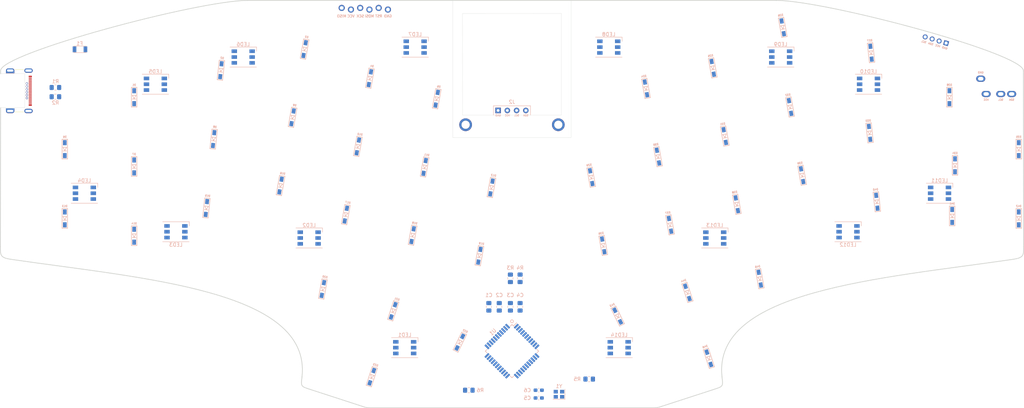
<source format=kicad_pcb>
(kicad_pcb (version 20171130) (host pcbnew "(5.1.6)-1")
  (layers (0 F.Cu signal hide) (31 B.Cu signal hide) (34 B.Paste user hide) (35 F.Paste user hide) (36 B.SilkS user hide) (37 F.SilkS user hide) (38 B.Mask user hide) (39 F.Mask user hide) (44 Edge.Cuts user))
  (net 0 "")
  (net 1 GND)
  (net 2 VBUS)
  (net 3 AREF)
  (net 4 UCAP)
  (net 5 XTAL1)
  (net 6 XTAL2)
  (net 7 "Net-(D1-Pad2)")
  (net 8 ROWL0)
  (net 9 "Net-(D2-Pad2)")
  (net 10 "Net-(D3-Pad2)")
  (net 11 "Net-(D4-Pad2)")
  (net 12 "Net-(D5-Pad2)")
  (net 13 ROWL1)
  (net 14 "Net-(D6-Pad2)")
  (net 15 "Net-(D7-Pad2)")
  (net 16 "Net-(D8-Pad2)")
  (net 17 "Net-(D9-Pad2)")
  (net 18 "Net-(D10-Pad2)")
  (net 19 "Net-(D11-Pad2)")
  (net 20 "Net-(D12-Pad2)")
  (net 21 MOSI)
  (net 22 "Net-(D13-Pad2)")
  (net 23 "Net-(D14-Pad2)")
  (net 24 "Net-(D15-Pad2)")
  (net 25 "Net-(D16-Pad2)")
  (net 26 "Net-(D17-Pad2)")
  (net 27 "Net-(D18-Pad2)")
  (net 28 "Net-(D19-Pad2)")
  (net 29 MISO)
  (net 30 "Net-(D20-Pad2)")
  (net 31 "Net-(D21-Pad2)")
  (net 32 "Net-(D22-Pad2)")
  (net 33 "Net-(D23-Pad2)")
  (net 34 "Net-(D24-Pad2)")
  (net 35 "Net-(D25-Pad2)")
  (net 36 "Net-(D26-Pad2)")
  (net 37 "Net-(D27-Pad2)")
  (net 38 "Net-(D28-Pad2)")
  (net 39 "Net-(D29-Pad2)")
  (net 40 "Net-(D30-Pad2)")
  (net 41 "Net-(D31-Pad2)")
  (net 42 "Net-(D32-Pad2)")
  (net 43 "Net-(D33-Pad2)")
  (net 44 "Net-(D34-Pad2)")
  (net 45 "Net-(D35-Pad2)")
  (net 46 ROWR2)
  (net 47 "Net-(D36-Pad2)")
  (net 48 "Net-(D37-Pad2)")
  (net 49 "Net-(D38-Pad2)")
  (net 50 "Net-(D39-Pad2)")
  (net 51 "Net-(D40-Pad2)")
  (net 52 "Net-(D41-Pad2)")
  (net 53 "Net-(D42-Pad2)")
  (net 54 "Net-(D43-Pad2)")
  (net 55 COL6)
  (net 56 "Net-(D44-Pad2)")
  (net 57 "Net-(D45-Pad2)")
  (net 58 "Net-(D46-Pad2)")
  (net 59 "Net-(J1-PadA8)")
  (net 60 "Net-(J1-PadB8)")
  (net 61 SCL)
  (net 62 SDA)
  (net 63 RESET)
  (net 64 LED)
  (net 65 "Net-(LED1-Pad3)")
  (net 66 "Net-(LED1-Pad1)")
  (net 67 "Net-(LED2-Pad3)")
  (net 68 "Net-(LED2-Pad1)")
  (net 69 "Net-(LED3-Pad1)")
  (net 70 "Net-(LED3-Pad3)")
  (net 71 "Net-(LED4-Pad3)")
  (net 72 "Net-(LED4-Pad1)")
  (net 73 "Net-(LED5-Pad1)")
  (net 74 "Net-(LED5-Pad3)")
  (net 75 "Net-(LED6-Pad3)")
  (net 76 "Net-(LED6-Pad1)")
  (net 77 "Net-(LED7-Pad3)")
  (net 78 "Net-(LED7-Pad1)")
  (net 79 "Net-(LED8-Pad1)")
  (net 80 "Net-(LED10-Pad6)")
  (net 81 "Net-(LED9-Pad1)")
  (net 82 "Net-(LED10-Pad4)")
  (net 83 "Net-(LED10-Pad3)")
  (net 84 "Net-(LED10-Pad1)")
  (net 85 "Net-(LED11-Pad1)")
  (net 86 "Net-(LED11-Pad3)")
  (net 87 "Net-(LED12-Pad1)")
  (net 88 "Net-(LED12-Pad3)")
  (net 89 DN)
  (net 90 DP)
  (net 91 HWB)
  (net 92 COL1)
  (net 93 COL2)
  (net 94 COL3)
  (net 95 COL4)
  (net 96 COL5)
  (net 97 COL0)
  (net 98 ENCL1)
  (net 99 ENCL2)
  (net 100 ENCR2)
  (net 101 ENCR1)
  (net 102 "Net-(U1-Pad12)")
  (net 103 "Net-(LED13-Pad3)")
  (net 104 "Net-(LED13-Pad1)")
  (net 105 "Net-(LED14-Pad1)")
  (net 106 "Net-(LED14-Pad3)")
  (net 107 ROWL2)
  (net 108 ROWL3)
  (net 109 "Net-(U1-Pad1)")
  (net 110 "Net-(U1-Pad20)")
  (net 111 ROWR3)
  (net 112 UVBUS)
  (net 113 UDN)
  (net 114 UDP)
  (net 115 /CC2)
  (net 116 "Net-(J1-PadB11)")
  (net 117 "Net-(J1-PadB10)")
  (net 118 "Net-(J1-PadA2)")
  (net 119 "Net-(J1-PadA3)")
  (net 120 /CC1)
  (net 121 "Net-(J1-PadA10)")
  (net 122 "Net-(J1-PadA11)")
  (net 123 "Net-(J1-PadB3)")
  (net 124 "Net-(J1-PadB2)")
  (module 1m38_kbd:CherryMX_SwitchHole_RoundCorner (layer F.Cu) (at 52.8 51.575)
    (fp_text reference SW1 hide)
    (fp_text value SW_PUSH hide)
  )
  (module 1m38_kbd:CherryMX_SwitchHole_RoundCorner (layer F.Cu) (at 76.775989 43.306528 354)
    (fp_text reference SW2 hide)
    (fp_text value SW_PUSH hide)
  )
  (module 1m38_kbd:CherryMX_SwitchHole_RoundCorner (layer F.Cu) (at 99.916564 36.945975 350)
    (fp_text reference SW3 hide)
    (fp_text value SW_PUSH hide)
  )
  (module 1m38_kbd:CherryMX_SwitchHole_RoundCorner (layer F.Cu) (at 117.850152 44.94412 350)
    (fp_text reference SW4 hide)
    (fp_text value SW_PUSH hide)
  )
  (module 1m38_kbd:CherryMX_SwitchHole_RoundCorner (layer F.Cu) (at 136.19724 50.597191 350)
    (fp_text reference SW5 hide)
    (fp_text value SW_PUSH hide)
  )
  (module 1m38_kbd:CherryMX_SwitchHole_RoundCorner (layer F.Cu) (at 33.75 65.8625)
    (fp_text reference SW6 hide)
    (fp_text value SW_PUSH hide)
  )
  (module 1m38_kbd:CherryMX_SwitchHole_RoundCorner (layer F.Cu) (at 52.8 70.625)
    (fp_text reference SW7 hide)
    (fp_text value SW_PUSH hide)
  )
  (module 1m38_kbd:CherryMX_SwitchHole_RoundCorner (layer F.Cu) (at 74.784721 62.25217 354)
    (fp_text reference SW8 hide)
    (fp_text value SW_PUSH hide)
  )
  (module 1m38_kbd:CherryMX_SwitchHole_RoundCorner (layer F.Cu) (at 96.608566 55.706563 350)
    (fp_text reference SW9 hide)
    (fp_text value SW_PUSH hide)
  )
  (module 1m38_kbd:CherryMX_SwitchHole_RoundCorner (layer F.Cu) (at 114.542154 63.704708 350)
    (fp_text reference SW10 hide)
    (fp_text value SW_PUSH hide)
  )
  (module 1m38_kbd:CherryMX_SwitchHole_RoundCorner (layer F.Cu) (at 132.889242 69.357779 350)
    (fp_text reference SW11 hide)
    (fp_text value SW_PUSH hide)
  )
  (module 1m38_kbd:CherryMX_SwitchHole_RoundCorner (layer F.Cu) (at 151.23633 75.01085 350)
    (fp_text reference SW12 hide)
    (fp_text value SW_PUSH hide)
  )
  (module 1m38_kbd:CherryMX_SwitchHole_RoundCorner (layer F.Cu) (at 33.75 84.9125)
    (fp_text reference SW13 hide)
    (fp_text value SW_PUSH hide)
  )
  (module 1m38_kbd:CherryMX_SwitchHole_RoundCorner (layer F.Cu) (at 52.8 89.675)
    (fp_text reference SW14 hide)
    (fp_text value SW_PUSH hide)
  )
  (module 1m38_kbd:CherryMX_SwitchHole_RoundCorner (layer F.Cu) (at 72.793454 81.197812 354)
    (fp_text reference SW15 hide)
    (fp_text value SW_PUSH hide)
  )
  (module 1m38_kbd:CherryMX_SwitchHole_RoundCorner (layer F.Cu) (at 93.300568 74.467151 350)
    (fp_text reference SW16 hide)
    (fp_text value SW_PUSH hide)
  )
  (module 1m38_kbd:CherryMX_SwitchHole_RoundCorner (layer F.Cu) (at 111.234156 82.465295 350)
    (fp_text reference SW17 hide)
    (fp_text value SW_PUSH hide)
  )
  (module 1m38_kbd:CherryMX_SwitchHole_RoundCorner (layer F.Cu) (at 129.581244 88.118367 350)
    (fp_text reference SW18 hide)
    (fp_text value SW_PUSH hide)
  )
  (module 1m38_kbd:CherryMX_SwitchHole_RoundCorner (layer F.Cu) (at 104.933883 102.927996 350)
    (fp_text reference SW20 hide)
    (fp_text value SW_PUSH hide)
  )
  (module 1m38_kbd:CherryMX_SwitchHole_RoundCorner (layer F.Cu) (at 124.662378 107.846862 342)
    (fp_text reference SW21 hide)
    (fp_text value SW_PUSH hide)
  )
  (module 1m38_kbd:CherryMX_SwitchHole_RoundCorner (layer F.Cu) (at 143.514303 115.463534 334)
    (fp_text reference SW22 hide)
    (fp_text value SW_PUSH hide)
  )
  (module 1m38_kbd:CherryMX_SwitchHole_RoundCorner (layer F.Cu) (at 118.775604 125.964488 342)
    (fp_text reference SW23 hide)
    (fp_text value SW_PUSH hide)
  )
  (module 1m38_kbd:CherryMX_SwitchHole_RoundCorner (layer F.Cu) (at 193.344005 50.597191 10)
    (fp_text reference SW24 hide)
    (fp_text value SW_PUSH hide)
  )
  (module 1m38_kbd:CherryMX_SwitchHole_RoundCorner (layer F.Cu) (at 211.691093 44.94412 10)
    (fp_text reference SW25 hide)
    (fp_text value SW_PUSH hide)
  )
  (module 1m38_kbd:CherryMX_SwitchHole_RoundCorner (layer F.Cu) (at 229.624681 36.945975 10)
    (fp_text reference SW26 hide)
    (fp_text value SW_PUSH hide)
  )
  (module 1m38_kbd:CherryMX_SwitchHole_RoundCorner (layer F.Cu) (at 252.765256 43.306528 6)
    (fp_text reference SW27 hide)
    (fp_text value SW_PUSH hide)
  )
  (module 1m38_kbd:CherryMX_SwitchHole_RoundCorner (layer F.Cu) (at 276.741245 51.575)
    (fp_text reference SW28 hide)
    (fp_text value SW_PUSH hide)
  )
  (module 1m38_kbd:CherryMX_SwitchHole_RoundCorner (layer F.Cu) (at 178.304915 75.01085 10)
    (fp_text reference SW29 hide)
    (fp_text value SW_PUSH hide)
  )
  (module 1m38_kbd:CherryMX_SwitchHole_RoundCorner (layer F.Cu) (at 196.652003 69.357779 10)
    (fp_text reference SW30 hide)
    (fp_text value SW_PUSH hide)
  )
  (module 1m38_kbd:CherryMX_SwitchHole_RoundCorner (layer F.Cu) (at 214.999091 63.704708 10)
    (fp_text reference SW31 hide)
    (fp_text value SW_PUSH hide)
  )
  (module 1m38_kbd:CherryMX_SwitchHole_RoundCorner (layer F.Cu) (at 232.932679 55.706563 10)
    (fp_text reference SW32 hide)
    (fp_text value SW_PUSH hide)
  )
  (module 1m38_kbd:CherryMX_SwitchHole_RoundCorner (layer F.Cu) (at 254.756524 62.25217 6)
    (fp_text reference SW33 hide)
    (fp_text value SW_PUSH hide)
  )
  (module 1m38_kbd:CherryMX_SwitchHole_RoundCorner (layer F.Cu) (at 276.741245 70.625)
    (fp_text reference SW34 hide)
    (fp_text value SW_PUSH hide)
  )
  (module 1m38_kbd:CherryMX_SwitchHole_RoundCorner (layer F.Cu) (at 295.791245 65.8625)
    (fp_text reference SW35 hide)
    (fp_text value SW_PUSH hide)
  )
  (module 1m38_kbd:CherryMX_SwitchHole_RoundCorner (layer F.Cu) (at 199.960001 88.118367 10)
    (fp_text reference SW37 hide)
    (fp_text value SW_PUSH hide)
  )
  (module 1m38_kbd:CherryMX_SwitchHole_RoundCorner (layer F.Cu) (at 218.307089 82.465295 10)
    (fp_text reference SW38 hide)
    (fp_text value SW_PUSH hide)
  )
  (module 1m38_kbd:CherryMX_SwitchHole_RoundCorner (layer F.Cu) (at 236.240677 74.467151 10)
    (fp_text reference SW39 hide)
    (fp_text value SW_PUSH hide)
  )
  (module 1m38_kbd:CherryMX_SwitchHole_RoundCorner (layer F.Cu) (at 256.747791 81.197812 6)
    (fp_text reference SW40 hide)
    (fp_text value SW_PUSH hide)
  )
  (module 1m38_kbd:CherryMX_SwitchHole_RoundCorner (layer F.Cu) (at 276.741245 89.675)
    (fp_text reference SW41 hide)
    (fp_text value SW_PUSH hide)
  )
  (module 1m38_kbd:CherryMX_SwitchHole_RoundCorner (layer F.Cu) (at 295.791245 84.9125)
    (fp_text reference SW42 hide)
    (fp_text value SW_PUSH hide)
  )
  (module 1m38_kbd:CherryMX_SwitchHole_RoundCorner (layer F.Cu) (at 186.026942 115.463534 26)
    (fp_text reference SW43 hide)
    (fp_text value SW_PUSH hide)
  )
  (module 1m38_kbd:CherryMX_SwitchHole_RoundCorner (layer F.Cu) (at 204.878867 107.846862 18)
    (fp_text reference SW44 hide)
    (fp_text value SW_PUSH hide)
  )
  (module 1m38_kbd:CherryMX_SwitchHole_RoundCorner (layer F.Cu) (at 224.607362 102.927996 10)
    (fp_text reference SW45 hide)
    (fp_text value SW_PUSH hide)
  )
  (module 1m38_kbd:CherryMX_SwitchHole_RoundCorner (layer F.Cu) (at 210.765641 125.964488 18)
    (fp_text reference SW46 hide)
    (fp_text value SW_PUSH hide)
  )
  (module 1m38_kbd:CherryMX_SwitchHole_RoundCorner (layer F.Cu) (at 147.928332 93.771438 350)
    (fp_text reference SW19)
    (fp_text value Rotary_Encoder_Switch)
  )
  (module 1m38_kbd:CherryMX_SwitchHole_RoundCorner (layer F.Cu) (at 181.612913 93.771438 10)
    (fp_text reference SW36)
    (fp_text value Rotary_Encoder_Switch)
  )
  (module foostan-kbd:M2_HOLE_v2 (layer F.Cu) (at 131.98 133.12)
    (fp_text reference HOLE1 hide)
    (fp_text value Val** hide)
    (pad "" np_thru_hole circle (at 0 0) (size 4.2 4.2) (drill 4.2) (layers *.Cu *.Mask))
  )
  (module 1m38_kbd:OLED-0.96in (layer F.Cu) (at 164.7706 57.45)
    (fp_text reference J2 (at 0 -3.6) (layer B.SilkS) (effects (justify mirror)))
    (fp_text value OLED_I2C)
    (fp_text user GND (at -3.81 0.1 180) (layer B.SilkS) (effects (font (size 0.5 0.5) (thickness 0.1)) (justify mirror)))
    (fp_text user VCC (at -1.27 0.1 180) (layer B.SilkS) (effects (font (size 0.5 0.5) (thickness 0.1)) (justify mirror)))
    (fp_text user SCL (at 1.27 0.1 180) (layer B.SilkS) (effects (font (size 0.5 0.5) (thickness 0.1)) (justify mirror)))
    (fp_text user SDA (at 3.81 0.1 180) (layer B.SilkS) (effects (font (size 0.5 0.5) (thickness 0.1)) (justify mirror)))
    (pad 1 thru_hole rect (at -3.81 -1.27) (size 1.524 1.524) (drill 0.762) (layers *.Cu *.Mask) (net 1 GND))
    (pad 2 thru_hole circle (at -1.27 -1.27) (size 1.524 1.524) (drill 0.762) (layers *.Cu *.Mask) (net 2 VBUS))
    (pad 3 thru_hole circle (at 1.27 -1.27) (size 1.524 1.524) (drill 0.762) (layers *.Cu *.Mask) (net 61 SCL))
    (pad 4 thru_hole circle (at 3.81 -1.27) (size 1.524 1.524) (drill 0.762) (layers *.Cu *.Mask) (net 62 SDA))
  )
  (module 1m38_kbd:MJ-4PP-9_1side_no-mask (layer F.Cu) (at 305.33 49.55 270)
    (fp_text reference J5)
    (fp_text value TRRS_I2C hide)
    (fp_text user SDA (at 3.683 3.3) (layer B.SilkS) (effects (font (size 0.5 0.5) (thickness 0.125)) (justify mirror)))
    (fp_text user SCL (at 3.683 6.3) (layer B.SilkS) (effects (font (size 0.5 0.5) (thickness 0.125)) (justify mirror)))
    (fp_text user VCC (at 3.683 10.3) (layer B.SilkS) (effects (font (size 0.5 0.5) (thickness 0.125)) (justify mirror)))
    (fp_text user GND (at -3.81 11.8 180) (layer B.SilkS) (effects (font (size 0.5 0.5) (thickness 0.125)) (justify mirror)))
    (pad A thru_hole oval (at -2.1 11.8 270) (size 1.7 2.5) (drill oval 1 1.5) (layers *.Cu *.Mask) (net 1 GND) (clearance 0.15))
    (pad D thru_hole oval (at 2.1 10.3 270) (size 1.7 2.5) (drill oval 1 1.5) (layers *.Cu *.Mask) (net 2 VBUS) (clearance 0.15))
    (pad C thru_hole oval (at 2.1 6.3 270) (size 1.7 2.5) (drill oval 1 1.5) (layers *.Cu *.Mask) (net 61 SCL))
    (pad B thru_hole oval (at 2.1 3.3 270) (size 1.7 2.5) (drill oval 1 1.5) (layers *.Cu *.Mask) (net 62 SDA))
    (pad "" np_thru_hole circle (at 0 8.5 270) (size 1.2 1.2) (drill 1.2) (layers *.Cu *.Mask))
    (pad "" np_thru_hole circle (at 0 1.5 270) (size 1.2 1.2) (drill 1.2) (layers *.Cu *.Mask))
  )
  (module MountingHole:MountingHole_2.2mm_M2 (layer F.Cu) (at 177.5012 60.11)
    (fp_text reference HOLE14)
    (fp_text value MountingHole_2.2mm_M2)
    (pad 1 thru_hole circle (at 0 0) (size 3.5 3.5) (drill 2.2) (layers *.Cu *.Mask))
  )
  (module MountingHole:MountingHole_2.2mm_M2 (layer F.Cu) (at 152.04 60.11)
    (fp_text reference HOLE13)
    (fp_text value MountingHole_2.2mm_M2)
    (pad 1 thru_hole circle (at 0 0) (size 3.5 3.5) (drill 2.2) (layers *.Cu *.Mask))
  )
  (module 1m38_kbd:D3_SMD_v2_silk (layer B.Cu) (at 41.9415 66.815 90)
    (fp_text reference D6 (at 3.37 0 180) (layer B.SilkS) (effects (font (size 0.5 0.5) (thickness 0.125)) (justify mirror)))
    (fp_text value D hide)
    (pad 2 smd rect (at 1.775 0 90) (size 1.4 1) (layers B.Cu B.Paste B.Mask) (net 14 "Net-(D6-Pad2)"))
    (pad 1 smd rect (at -1.775 0 90) (size 1.4 1) (layers B.Cu B.Paste B.Mask) (net 13 ROWL1))
  )
  (module 1m38_kbd:D3_SMD_v2_silk (layer B.Cu) (at 218.850559 124.339056 108)
    (fp_text reference D46 (at 3.369999 0 198) (layer B.SilkS) (effects (font (size 0.5 0.5) (thickness 0.125)) (justify mirror)))
    (fp_text value D hide)
    (pad 2 smd rect (at 1.775 0 108) (size 1.4 1) (layers B.Cu B.Paste B.Mask) (net 58 "Net-(D46-Pad2)"))
    (pad 1 smd rect (at -1.775 0 108) (size 1.4 1) (layers B.Cu B.Paste B.Mask) (net 111 ROWR3))
  )
  (module 1m38_kbd:D3_SMD_v2_silk (layer B.Cu) (at 232.839814 102.443586 100)
    (fp_text reference D45 (at 3.37 0 190) (layer B.SilkS) (effects (font (size 0.5 0.5) (thickness 0.125)) (justify mirror)))
    (fp_text value D hide)
    (pad 2 smd rect (at 1.775 0 100) (size 1.4 1) (layers B.Cu B.Paste B.Mask) (net 57 "Net-(D45-Pad2)"))
    (pad 1 smd rect (at -1.775 0 100) (size 1.4 1) (layers B.Cu B.Paste B.Mask) (net 111 ROWR3))
  )
  (module 1m38_kbd:D3_SMD_v2_silk (layer B.Cu) (at 212.963785 106.22143 108)
    (fp_text reference D44 (at 3.369999 0 198) (layer B.SilkS) (effects (font (size 0.5 0.5) (thickness 0.125)) (justify mirror)))
    (fp_text value D hide)
    (pad 2 smd rect (at 1.775 0 108) (size 1.4 1) (layers B.Cu B.Paste B.Mask) (net 56 "Net-(D44-Pad2)"))
    (pad 1 smd rect (at -1.775 0 108) (size 1.4 1) (layers B.Cu B.Paste B.Mask) (net 111 ROWR3))
  )
  (module 1m38_kbd:D3_SMD_v2_silk (layer B.Cu) (at 193.806961 112.728718 116)
    (fp_text reference D43 (at 3.37 0 206) (layer B.SilkS) (effects (font (size 0.5 0.5) (thickness 0.125)) (justify mirror)))
    (fp_text value D hide)
    (pad 2 smd rect (at 1.775 0 116) (size 1.4 1) (layers B.Cu B.Paste B.Mask) (net 54 "Net-(D43-Pad2)"))
    (pad 1 smd rect (at -1.775 0 116) (size 1.4 1) (layers B.Cu B.Paste B.Mask) (net 111 ROWR3))
  )
  (module 1m38_kbd:D3_SMD_v2_silk (layer B.Cu) (at 303.982745 85.865 90)
    (fp_text reference D42 (at 3.37 0 180) (layer B.SilkS) (effects (font (size 0.5 0.5) (thickness 0.125)) (justify mirror)))
    (fp_text value D hide)
    (pad 2 smd rect (at 1.775 0 90) (size 1.4 1) (layers B.Cu B.Paste B.Mask) (net 53 "Net-(D42-Pad2)"))
    (pad 1 smd rect (at -1.775 0 90) (size 1.4 1) (layers B.Cu B.Paste B.Mask) (net 46 ROWR2))
  )
  (module 1m38_kbd:D3_SMD_v2_silk (layer B.Cu) (at 285.69 85.19 90)
    (fp_text reference D41 (at 3.37 0 180) (layer B.SilkS) (effects (font (size 0.5 0.5) (thickness 0.125)) (justify mirror)))
    (fp_text value D hide)
    (pad 2 smd rect (at 1.775 0 90) (size 1.4 1) (layers B.Cu B.Paste B.Mask) (net 52 "Net-(D41-Pad2)"))
    (pad 1 smd rect (at -1.775 0 90) (size 1.4 1) (layers B.Cu B.Paste B.Mask) (net 46 ROWR2))
  )
  (module 1m38_kbd:D3_SMD_v2_silk (layer B.Cu) (at 264.99398 81.288849 96)
    (fp_text reference D40 (at 3.37 0 186) (layer B.SilkS) (effects (font (size 0.5 0.5) (thickness 0.125)) (justify mirror)))
    (fp_text value D hide)
    (pad 2 smd rect (at 1.775 0 96) (size 1.4 1) (layers B.Cu B.Paste B.Mask) (net 51 "Net-(D40-Pad2)"))
    (pad 1 smd rect (at -1.775 0 96) (size 1.4 1) (layers B.Cu B.Paste B.Mask) (net 46 ROWR2))
  )
  (module 1m38_kbd:D3_SMD_v2_silk (layer B.Cu) (at 244.473129 73.982741 100)
    (fp_text reference D39 (at 3.37 0 190) (layer B.SilkS) (effects (font (size 0.5 0.5) (thickness 0.125)) (justify mirror)))
    (fp_text value D hide)
    (pad 2 smd rect (at 1.775 0 100) (size 1.4 1) (layers B.Cu B.Paste B.Mask) (net 50 "Net-(D39-Pad2)"))
    (pad 1 smd rect (at -1.775 0 100) (size 1.4 1) (layers B.Cu B.Paste B.Mask) (net 46 ROWR2))
  )
  (module 1m38_kbd:D3_SMD_v2_silk (layer B.Cu) (at 226.539541 81.980885 100)
    (fp_text reference D38 (at 3.37 0 190) (layer B.SilkS) (effects (font (size 0.5 0.5) (thickness 0.125)) (justify mirror)))
    (fp_text value D hide)
    (pad 2 smd rect (at 1.775 0 100) (size 1.4 1) (layers B.Cu B.Paste B.Mask) (net 49 "Net-(D38-Pad2)"))
    (pad 1 smd rect (at -1.775 0 100) (size 1.4 1) (layers B.Cu B.Paste B.Mask) (net 46 ROWR2))
  )
  (module 1m38_kbd:D3_SMD_v2_silk (layer B.Cu) (at 208.192453 87.633957 100)
    (fp_text reference D37 (at 3.37 0 190) (layer B.SilkS) (effects (font (size 0.5 0.5) (thickness 0.125)) (justify mirror)))
    (fp_text value D hide)
    (pad 2 smd rect (at 1.775 0 100) (size 1.4 1) (layers B.Cu B.Paste B.Mask) (net 48 "Net-(D37-Pad2)"))
    (pad 1 smd rect (at -1.775 0 100) (size 1.4 1) (layers B.Cu B.Paste B.Mask) (net 46 ROWR2))
  )
  (module 1m38_kbd:D3_SMD_v2_silk (layer B.Cu) (at 189.845365 93.287028 100)
    (fp_text reference D36 (at 3.37 0 190) (layer B.SilkS) (effects (font (size 0.5 0.5) (thickness 0.125)) (justify mirror)))
    (fp_text value D hide)
    (pad 2 smd rect (at 1.775 0 100) (size 1.4 1) (layers B.Cu B.Paste B.Mask) (net 47 "Net-(D36-Pad2)"))
    (pad 1 smd rect (at -1.775 0 100) (size 1.4 1) (layers B.Cu B.Paste B.Mask) (net 46 ROWR2))
  )
  (module 1m38_kbd:D3_SMD_v2_silk (layer B.Cu) (at 303.982745 66.815 90)
    (fp_text reference D35 (at 3.37 0 180) (layer B.SilkS) (effects (font (size 0.5 0.5) (thickness 0.125)) (justify mirror)))
    (fp_text value D hide)
    (pad 2 smd rect (at 1.775 0 90) (size 1.4 1) (layers B.Cu B.Paste B.Mask) (net 45 "Net-(D35-Pad2)"))
    (pad 1 smd rect (at -1.775 0 90) (size 1.4 1) (layers B.Cu B.Paste B.Mask) (net 21 MOSI))
  )
  (module 1m38_kbd:D3_SMD_v2_silk (layer B.Cu) (at 286.47 71.27 90)
    (fp_text reference D34 (at 3.37 0 180) (layer B.SilkS) (effects (font (size 0.5 0.5) (thickness 0.125)) (justify mirror)))
    (fp_text value D hide)
    (pad 2 smd rect (at 1.775 0 90) (size 1.4 1) (layers B.Cu B.Paste B.Mask) (net 44 "Net-(D34-Pad2)"))
    (pad 1 smd rect (at -1.775 0 90) (size 1.4 1) (layers B.Cu B.Paste B.Mask) (net 21 MOSI))
  )
  (module 1m38_kbd:D3_SMD_v2_silk (layer B.Cu) (at 263.002713 62.343207 96)
    (fp_text reference D33 (at 3.37 0 186) (layer B.SilkS) (effects (font (size 0.5 0.5) (thickness 0.125)) (justify mirror)))
    (fp_text value D hide)
    (pad 2 smd rect (at 1.775 0 96) (size 1.4 1) (layers B.Cu B.Paste B.Mask) (net 43 "Net-(D33-Pad2)"))
    (pad 1 smd rect (at -1.775 0 96) (size 1.4 1) (layers B.Cu B.Paste B.Mask) (net 21 MOSI))
  )
  (module 1m38_kbd:D3_SMD_v2_silk (layer B.Cu) (at 241.165131 55.222153 100)
    (fp_text reference D32 (at 3.37 0 190) (layer B.SilkS) (effects (font (size 0.5 0.5) (thickness 0.125)) (justify mirror)))
    (fp_text value D hide)
    (pad 2 smd rect (at 1.775 0 100) (size 1.4 1) (layers B.Cu B.Paste B.Mask) (net 42 "Net-(D32-Pad2)"))
    (pad 1 smd rect (at -1.775 0 100) (size 1.4 1) (layers B.Cu B.Paste B.Mask) (net 21 MOSI))
  )
  (module 1m38_kbd:D3_SMD_v2_silk (layer B.Cu) (at 223.231543 63.220298 100)
    (fp_text reference D31 (at 3.37 0 190) (layer B.SilkS) (effects (font (size 0.5 0.5) (thickness 0.125)) (justify mirror)))
    (fp_text value D hide)
    (pad 2 smd rect (at 1.775 0 100) (size 1.4 1) (layers B.Cu B.Paste B.Mask) (net 41 "Net-(D31-Pad2)"))
    (pad 1 smd rect (at -1.775 0 100) (size 1.4 1) (layers B.Cu B.Paste B.Mask) (net 21 MOSI))
  )
  (module 1m38_kbd:D3_SMD_v2_silk (layer B.Cu) (at 204.884455 68.873369 100)
    (fp_text reference D30 (at 3.37 0 190) (layer B.SilkS) (effects (font (size 0.5 0.5) (thickness 0.125)) (justify mirror)))
    (fp_text value D hide)
    (pad 2 smd rect (at 1.775 0 100) (size 1.4 1) (layers B.Cu B.Paste B.Mask) (net 40 "Net-(D30-Pad2)"))
    (pad 1 smd rect (at -1.775 0 100) (size 1.4 1) (layers B.Cu B.Paste B.Mask) (net 21 MOSI))
  )
  (module 1m38_kbd:D3_SMD_v2_silk (layer B.Cu) (at 186.537367 74.52644 100)
    (fp_text reference D29 (at 3.37 0 190) (layer B.SilkS) (effects (font (size 0.5 0.5) (thickness 0.125)) (justify mirror)))
    (fp_text value D hide)
    (pad 2 smd rect (at 1.775 0 100) (size 1.4 1) (layers B.Cu B.Paste B.Mask) (net 39 "Net-(D29-Pad2)"))
    (pad 1 smd rect (at -1.775 0 100) (size 1.4 1) (layers B.Cu B.Paste B.Mask) (net 21 MOSI))
  )
  (module 1m38_kbd:D3_SMD_v2_silk (layer B.Cu) (at 284.932745 52.5275 90)
    (fp_text reference D28 (at 3.37 0 180) (layer B.SilkS) (effects (font (size 0.5 0.5) (thickness 0.125)) (justify mirror)))
    (fp_text value D hide)
    (pad 2 smd rect (at 1.775 0 90) (size 1.4 1) (layers B.Cu B.Paste B.Mask) (net 38 "Net-(D28-Pad2)"))
    (pad 1 smd rect (at -1.775 0 90) (size 1.4 1) (layers B.Cu B.Paste B.Mask) (net 29 MISO))
  )
  (module 1m38_kbd:D3_SMD_v2_silk (layer B.Cu) (at 263.41 40.3 96)
    (fp_text reference D27 (at 3.37 0 186) (layer B.SilkS) (effects (font (size 0.5 0.5) (thickness 0.125)) (justify mirror)))
    (fp_text value D hide)
    (pad 2 smd rect (at 1.775 0 96) (size 1.4 1) (layers B.Cu B.Paste B.Mask) (net 37 "Net-(D27-Pad2)"))
    (pad 1 smd rect (at -1.775 0 96) (size 1.4 1) (layers B.Cu B.Paste B.Mask) (net 29 MISO))
  )
  (module 1m38_kbd:D3_SMD_v2_silk (layer B.Cu) (at 239.15 33.32 100)
    (fp_text reference D26 (at 3.37 0 190) (layer B.SilkS) (effects (font (size 0.5 0.5) (thickness 0.125)) (justify mirror)))
    (fp_text value D hide)
    (pad 2 smd rect (at 1.775 0 100) (size 1.4 1) (layers B.Cu B.Paste B.Mask) (net 36 "Net-(D26-Pad2)"))
    (pad 1 smd rect (at -1.775 0 100) (size 1.4 1) (layers B.Cu B.Paste B.Mask) (net 29 MISO))
  )
  (module 1m38_kbd:D3_SMD_v2_silk (layer B.Cu) (at 219.923545 44.45971 100)
    (fp_text reference D25 (at 3.37 0 190) (layer B.SilkS) (effects (font (size 0.5 0.5) (thickness 0.125)) (justify mirror)))
    (fp_text value D hide)
    (pad 2 smd rect (at 1.775 0 100) (size 1.4 1) (layers B.Cu B.Paste B.Mask) (net 35 "Net-(D25-Pad2)"))
    (pad 1 smd rect (at -1.775 0 100) (size 1.4 1) (layers B.Cu B.Paste B.Mask) (net 29 MISO))
  )
  (module 1m38_kbd:D3_SMD_v2_silk (layer B.Cu) (at 201.576457 50.112781 100)
    (fp_text reference D24 (at 3.37 0 190) (layer B.SilkS) (effects (font (size 0.5 0.5) (thickness 0.125)) (justify mirror)))
    (fp_text value D hide)
    (pad 2 smd rect (at 1.775 0 100) (size 1.4 1) (layers B.Cu B.Paste B.Mask) (net 34 "Net-(D24-Pad2)"))
    (pad 1 smd rect (at -1.775 0 100) (size 1.4 1) (layers B.Cu B.Paste B.Mask) (net 29 MISO))
  )
  (module 1m38_kbd:D3_SMD_v2_silk (layer B.Cu) (at 126.271844 129.401682 72)
    (fp_text reference D23 (at 3.369999 0 -18) (layer B.SilkS) (effects (font (size 0.5 0.5) (thickness 0.125)) (justify mirror)))
    (fp_text value D hide)
    (pad 2 smd rect (at 1.775 0 72) (size 1.4 1) (layers B.Cu B.Paste B.Mask) (net 33 "Net-(D23-Pad2)"))
    (pad 1 smd rect (at -1.775 0 72) (size 1.4 1) (layers B.Cu B.Paste B.Mask) (net 108 ROWL3))
  )
  (module 1m38_kbd:D3_SMD_v2_silk (layer B.Cu) (at 150.459225 119.910552 64)
    (fp_text reference D22 (at 3.37 0 -26) (layer B.SilkS) (effects (font (size 0.5 0.5) (thickness 0.125)) (justify mirror)))
    (fp_text value D hide)
    (pad 2 smd rect (at 1.775 0 64) (size 1.4 1) (layers B.Cu B.Paste B.Mask) (net 32 "Net-(D22-Pad2)"))
    (pad 1 smd rect (at -1.775 0 64) (size 1.4 1) (layers B.Cu B.Paste B.Mask) (net 108 ROWL3))
  )
  (module 1m38_kbd:D3_SMD_v2_silk (layer B.Cu) (at 132.158618 111.284056 72)
    (fp_text reference D21 (at 3.369999 0 -18) (layer B.SilkS) (effects (font (size 0.5 0.5) (thickness 0.125)) (justify mirror)))
    (fp_text value D hide)
    (pad 2 smd rect (at 1.775 0 72) (size 1.4 1) (layers B.Cu B.Paste B.Mask) (net 31 "Net-(D21-Pad2)"))
    (pad 1 smd rect (at -1.775 0 72) (size 1.4 1) (layers B.Cu B.Paste B.Mask) (net 108 ROWL3))
  )
  (module 1m38_kbd:D3_SMD_v2_silk (layer B.Cu) (at 112.835535 105.288464 80)
    (fp_text reference D20 (at 3.37 0 -10) (layer B.SilkS) (effects (font (size 0.5 0.5) (thickness 0.125)) (justify mirror)))
    (fp_text value D hide)
    (pad 2 smd rect (at 1.775 0 80) (size 1.4 1) (layers B.Cu B.Paste B.Mask) (net 30 "Net-(D20-Pad2)"))
    (pad 1 smd rect (at -1.775 0 80) (size 1.4 1) (layers B.Cu B.Paste B.Mask) (net 108 ROWL3))
  )
  (module 1m38_kbd:D3_SMD_v2_silk (layer B.Cu) (at 155.829984 96.131906 80)
    (fp_text reference D19 (at 3.37 0 -10) (layer B.SilkS) (effects (font (size 0.5 0.5) (thickness 0.125)) (justify mirror)))
    (fp_text value D hide)
    (pad 2 smd rect (at 1.775 0 80) (size 1.4 1) (layers B.Cu B.Paste B.Mask) (net 28 "Net-(D19-Pad2)"))
    (pad 1 smd rect (at -1.775 0 80) (size 1.4 1) (layers B.Cu B.Paste B.Mask) (net 107 ROWL2))
  )
  (module 1m38_kbd:D3_SMD_v2_silk (layer B.Cu) (at 137.482896 90.478835 80)
    (fp_text reference D18 (at 3.37 0 -10) (layer B.SilkS) (effects (font (size 0.5 0.5) (thickness 0.125)) (justify mirror)))
    (fp_text value D hide)
    (pad 2 smd rect (at 1.775 0 80) (size 1.4 1) (layers B.Cu B.Paste B.Mask) (net 27 "Net-(D18-Pad2)"))
    (pad 1 smd rect (at -1.775 0 80) (size 1.4 1) (layers B.Cu B.Paste B.Mask) (net 107 ROWL2))
  )
  (module 1m38_kbd:D3_SMD_v2_silk (layer B.Cu) (at 119.135808 84.825763 80)
    (fp_text reference D17 (at 3.37 0 -10) (layer B.SilkS) (effects (font (size 0.5 0.5) (thickness 0.125)) (justify mirror)))
    (fp_text value D hide)
    (pad 2 smd rect (at 1.775 0 80) (size 1.4 1) (layers B.Cu B.Paste B.Mask) (net 26 "Net-(D17-Pad2)"))
    (pad 1 smd rect (at -1.775 0 80) (size 1.4 1) (layers B.Cu B.Paste B.Mask) (net 107 ROWL2))
  )
  (module 1m38_kbd:D3_SMD_v2_silk (layer B.Cu) (at 101.20222 76.827619 80)
    (fp_text reference D16 (at 3.37 0 -10) (layer B.SilkS) (effects (font (size 0.5 0.5) (thickness 0.125)) (justify mirror)))
    (fp_text value D hide)
    (pad 2 smd rect (at 1.775 0 80) (size 1.4 1) (layers B.Cu B.Paste B.Mask) (net 25 "Net-(D16-Pad2)"))
    (pad 1 smd rect (at -1.775 0 80) (size 1.4 1) (layers B.Cu B.Paste B.Mask) (net 107 ROWL2))
  )
  (module 1m38_kbd:D3_SMD_v2_silk (layer B.Cu) (at 80.840516 83.001339 84)
    (fp_text reference D15 (at 3.37 0 -6) (layer B.SilkS) (effects (font (size 0.5 0.5) (thickness 0.125)) (justify mirror)))
    (fp_text value D hide)
    (pad 2 smd rect (at 1.775 0 84) (size 1.4 1) (layers B.Cu B.Paste B.Mask) (net 24 "Net-(D15-Pad2)"))
    (pad 1 smd rect (at -1.775 0 84) (size 1.4 1) (layers B.Cu B.Paste B.Mask) (net 107 ROWL2))
  )
  (module 1m38_kbd:D3_SMD_v2_silk (layer B.Cu) (at 60.991499 90.6275 90)
    (fp_text reference D14 (at 3.37 0 180) (layer B.SilkS) (effects (font (size 0.5 0.5) (thickness 0.125)) (justify mirror)))
    (fp_text value D hide)
    (pad 2 smd rect (at 1.775 0 90) (size 1.4 1) (layers B.Cu B.Paste B.Mask) (net 23 "Net-(D14-Pad2)"))
    (pad 1 smd rect (at -1.775 0 90) (size 1.4 1) (layers B.Cu B.Paste B.Mask) (net 107 ROWL2))
  )
  (module 1m38_kbd:D3_SMD_v2_silk (layer B.Cu) (at 41.9415 85.865 90)
    (fp_text reference D13 (at 3.37 0 180) (layer B.SilkS) (effects (font (size 0.5 0.5) (thickness 0.125)) (justify mirror)))
    (fp_text value D hide)
    (pad 2 smd rect (at 1.775 0 90) (size 1.4 1) (layers B.Cu B.Paste B.Mask) (net 22 "Net-(D13-Pad2)"))
    (pad 1 smd rect (at -1.775 0 90) (size 1.4 1) (layers B.Cu B.Paste B.Mask) (net 107 ROWL2))
  )
  (module 1m38_kbd:D3_SMD_v2_silk (layer B.Cu) (at 159.137982 77.371318 80)
    (fp_text reference D12 (at 3.37 0 -10) (layer B.SilkS) (effects (font (size 0.5 0.5) (thickness 0.125)) (justify mirror)))
    (fp_text value D hide)
    (pad 2 smd rect (at 1.775 0 80) (size 1.4 1) (layers B.Cu B.Paste B.Mask) (net 20 "Net-(D12-Pad2)"))
    (pad 1 smd rect (at -1.775 0 80) (size 1.4 1) (layers B.Cu B.Paste B.Mask) (net 13 ROWL1))
  )
  (module 1m38_kbd:D3_SMD_v2_silk (layer B.Cu) (at 140.790894 71.718247 80)
    (fp_text reference D11 (at 3.37 0 -10) (layer B.SilkS) (effects (font (size 0.5 0.5) (thickness 0.125)) (justify mirror)))
    (fp_text value D hide)
    (pad 2 smd rect (at 1.775 0 80) (size 1.4 1) (layers B.Cu B.Paste B.Mask) (net 19 "Net-(D11-Pad2)"))
    (pad 1 smd rect (at -1.775 0 80) (size 1.4 1) (layers B.Cu B.Paste B.Mask) (net 13 ROWL1))
  )
  (module 1m38_kbd:D3_SMD_v2_silk (layer B.Cu) (at 122.443806 66.065176 80)
    (fp_text reference D10 (at 3.37 0 -10) (layer B.SilkS) (effects (font (size 0.5 0.5) (thickness 0.125)) (justify mirror)))
    (fp_text value D hide)
    (pad 2 smd rect (at 1.775 0 80) (size 1.4 1) (layers B.Cu B.Paste B.Mask) (net 18 "Net-(D10-Pad2)"))
    (pad 1 smd rect (at -1.775 0 80) (size 1.4 1) (layers B.Cu B.Paste B.Mask) (net 13 ROWL1))
  )
  (module 1m38_kbd:D3_SMD_v2_silk (layer B.Cu) (at 104.510218 58.067031 80)
    (fp_text reference D9 (at 3.37 0 -10) (layer B.SilkS) (effects (font (size 0.5 0.5) (thickness 0.125)) (justify mirror)))
    (fp_text value D hide)
    (pad 2 smd rect (at 1.775 0 80) (size 1.4 1) (layers B.Cu B.Paste B.Mask) (net 17 "Net-(D9-Pad2)"))
    (pad 1 smd rect (at -1.775 0 80) (size 1.4 1) (layers B.Cu B.Paste B.Mask) (net 13 ROWL1))
  )
  (module 1m38_kbd:D3_SMD_v2_silk (layer B.Cu) (at 82.831783 64.055697 84)
    (fp_text reference D8 (at 3.37 0 -6) (layer B.SilkS) (effects (font (size 0.5 0.5) (thickness 0.125)) (justify mirror)))
    (fp_text value D hide)
    (pad 2 smd rect (at 1.775 0 84) (size 1.4 1) (layers B.Cu B.Paste B.Mask) (net 16 "Net-(D8-Pad2)"))
    (pad 1 smd rect (at -1.775 0 84) (size 1.4 1) (layers B.Cu B.Paste B.Mask) (net 13 ROWL1))
  )
  (module 1m38_kbd:D3_SMD_v2_silk (layer B.Cu) (at 60.991499 71.5775 90)
    (fp_text reference D7 (at 3.37 0 180) (layer B.SilkS) (effects (font (size 0.5 0.5) (thickness 0.125)) (justify mirror)))
    (fp_text value D hide)
    (pad 2 smd rect (at 1.775 0 90) (size 1.4 1) (layers B.Cu B.Paste B.Mask) (net 15 "Net-(D7-Pad2)"))
    (pad 1 smd rect (at -1.775 0 90) (size 1.4 1) (layers B.Cu B.Paste B.Mask) (net 13 ROWL1))
  )
  (module 1m38_kbd:D3_SMD_v2_silk (layer B.Cu) (at 144.098892 52.957659 80)
    (fp_text reference D5 (at 3.37 0 -10) (layer B.SilkS) (effects (font (size 0.5 0.5) (thickness 0.125)) (justify mirror)))
    (fp_text value D hide)
    (pad 2 smd rect (at 1.775 0 80) (size 1.4 1) (layers B.Cu B.Paste B.Mask) (net 12 "Net-(D5-Pad2)"))
    (pad 1 smd rect (at -1.775 0 80) (size 1.4 1) (layers B.Cu B.Paste B.Mask) (net 8 ROWL0))
  )
  (module 1m38_kbd:D3_SMD_v2_silk (layer B.Cu) (at 125.751804 47.304588 80)
    (fp_text reference D4 (at 3.37 0 -10) (layer B.SilkS) (effects (font (size 0.5 0.5) (thickness 0.125)) (justify mirror)))
    (fp_text value D hide)
    (pad 2 smd rect (at 1.775 0 80) (size 1.4 1) (layers B.Cu B.Paste B.Mask) (net 11 "Net-(D4-Pad2)"))
    (pad 1 smd rect (at -1.775 0 80) (size 1.4 1) (layers B.Cu B.Paste B.Mask) (net 8 ROWL0))
  )
  (module 1m38_kbd:D3_SMD_v2_silk (layer B.Cu) (at 107.818216 39.306443 80)
    (fp_text reference D3 (at 3.37 0 -10) (layer B.SilkS) (effects (font (size 0.5 0.5) (thickness 0.125)) (justify mirror)))
    (fp_text value D hide)
    (pad 2 smd rect (at 1.775 0 80) (size 1.4 1) (layers B.Cu B.Paste B.Mask) (net 10 "Net-(D3-Pad2)"))
    (pad 1 smd rect (at -1.775 0 80) (size 1.4 1) (layers B.Cu B.Paste B.Mask) (net 8 ROWL0))
  )
  (module 1m38_kbd:D3_SMD_v2_silk (layer B.Cu) (at 84.823051 45.110055 84)
    (fp_text reference D2 (at 3.37 0 -6) (layer B.SilkS) (effects (font (size 0.5 0.5) (thickness 0.125)) (justify mirror)))
    (fp_text value D hide)
    (pad 2 smd rect (at 1.775 0 84) (size 1.4 1) (layers B.Cu B.Paste B.Mask) (net 9 "Net-(D2-Pad2)"))
    (pad 1 smd rect (at -1.775 0 84) (size 1.4 1) (layers B.Cu B.Paste B.Mask) (net 8 ROWL0))
  )
  (module 1m38_kbd:D3_SMD_v2_silk (layer B.Cu) (at 60.991499 52.5275 90)
    (fp_text reference D1 (at 3.37 0 180) (layer B.SilkS) (effects (font (size 0.5 0.5) (thickness 0.125)) (justify mirror)))
    (fp_text value D hide)
    (pad 2 smd rect (at 1.775 0 90) (size 1.4 1) (layers B.Cu B.Paste B.Mask) (net 7 "Net-(D1-Pad2)"))
    (pad 1 smd rect (at -1.775 0 90) (size 1.4 1) (layers B.Cu B.Paste B.Mask) (net 8 ROWL0))
  )
  (module 1m38_kbd:Grove_I2C (layer F.Cu) (at 284.027639 37.658031 253.5)
    (fp_text reference J4)
    (fp_text value GLOVE_I2C)
    (fp_text user GND (at 1.4 0 343.5) (layer B.SilkS) (effects (font (size 0.5 0.5) (thickness 0.125)) (justify mirror)))
    (fp_text user VCC (at 1.4 2 343.5) (layer B.SilkS) (effects (font (size 0.5 0.5) (thickness 0.125)) (justify mirror)))
    (fp_text user SDA (at 1.4 4 343.5) (layer B.SilkS) (effects (font (size 0.5 0.5) (thickness 0.125)) (justify mirror)))
    (fp_text user SCL (at 1.4 6 343.5) (layer B.SilkS) (effects (font (size 0.5 0.5) (thickness 0.125)) (justify mirror)))
    (pad 4 thru_hole rect (at 0 0 253.5) (size 1.35 1.35) (drill 0.8) (layers *.Cu *.Mask) (net 1 GND))
    (pad 3 thru_hole oval (at 0 2 253.5) (size 1.35 1.35) (drill 0.8) (layers *.Cu *.Mask) (net 2 VBUS))
    (pad 2 thru_hole oval (at 0 4 253.5) (size 1.35 1.35) (drill 0.8) (layers *.Cu *.Mask) (net 61 SCL))
    (pad 1 thru_hole oval (at 0 6 253.5) (size 1.35 1.35) (drill 0.8) (layers *.Cu *.Mask) (net 62 SDA))
  )
  (module foostan-kbd:M2_HOLE_v2 (layer F.Cu) (at 197.5612 133.12)
    (fp_text reference HOLE12 hide)
    (fp_text value Val** hide)
    (pad "" np_thru_hole circle (at 0 0) (size 4.2 4.2) (drill 4.2) (layers *.Cu *.Mask))
  )
  (module foostan-kbd:M2_HOLE_v2 (layer F.Cu) (at 244.9212 100.61)
    (fp_text reference HOLE11 hide)
    (fp_text value Val** hide)
    (pad "" np_thru_hole circle (at 0 0) (size 4.2 4.2) (drill 4.2) (layers *.Cu *.Mask))
  )
  (module foostan-kbd:M2_HOLE_v2 (layer F.Cu) (at 286.901245 94.9)
    (fp_text reference HOLE10 hide)
    (fp_text value Val** hide)
    (pad "" np_thru_hole circle (at 0 0) (size 4.2 4.2) (drill 4.2) (layers *.Cu *.Mask))
  )
  (module foostan-kbd:M2_HOLE_v2 (layer F.Cu) (at 289.8312 43.68)
    (fp_text reference HOLE9 hide)
    (fp_text value Val** hide)
    (pad "" np_thru_hole circle (at 0 0) (size 4.2 4.2) (drill 4.2) (layers *.Cu *.Mask))
  )
  (module foostan-kbd:M2_HOLE_v2 (layer F.Cu) (at 243.2012 32.08)
    (fp_text reference HOLE8 hide)
    (fp_text value Val** hide)
    (pad "" np_thru_hole circle (at 0 0) (size 4.2 4.2) (drill 4.2) (layers *.Cu *.Mask))
  )
  (module foostan-kbd:M2_HOLE_v2 (layer F.Cu) (at 187.5512 31.84)
    (fp_text reference HOLE7 hide)
    (fp_text value Val** hide)
    (pad "" np_thru_hole circle (at 0 0) (size 4.2 4.2) (drill 4.2) (layers *.Cu *.Mask))
  )
  (module foostan-kbd:M2_HOLE_v2 (layer F.Cu) (at 164.7706 88.19)
    (fp_text reference HOLE13 hide)
    (fp_text value Val** hide)
    (pad "" np_thru_hole circle (at 0 0) (size 4.2 4.2) (drill 4.2) (layers *.Cu *.Mask))
  )
  (module foostan-kbd:M2_HOLE_v2 (layer F.Cu) (at 141.99 31.84)
    (fp_text reference HOLE6 hide)
    (fp_text value Val** hide)
    (pad "" np_thru_hole circle (at 0 0) (size 4.2 4.2) (drill 4.2) (layers *.Cu *.Mask))
  )
  (module foostan-kbd:M2_HOLE_v2 (layer F.Cu) (at 86.34 32.08)
    (fp_text reference HOLE5 hide)
    (fp_text value Val** hide)
    (pad "" np_thru_hole circle (at 0 0) (size 4.2 4.2) (drill 4.2) (layers *.Cu *.Mask))
  )
  (module foostan-kbd:M2_HOLE_v2 (layer F.Cu) (at 84.62 100.61)
    (fp_text reference HOLE2 hide)
    (fp_text value Val** hide)
    (pad "" np_thru_hole circle (at 0 0) (size 4.2 4.2) (drill 4.2) (layers *.Cu *.Mask))
  )
  (module foostan-kbd:M2_HOLE_v2 (layer F.Cu) (at 42.64 94.9)
    (fp_text reference HOLE3 hide)
    (fp_text value Val** hide)
    (pad "" np_thru_hole circle (at 0 0) (size 4.2 4.2) (drill 4.2) (layers *.Cu *.Mask))
  )
  (module foostan-kbd:M2_HOLE_v2 (layer F.Cu) (at 39.71 43.68)
    (fp_text reference HOLE4 hide)
    (fp_text value Val** hide)
    (pad "" np_thru_hole circle (at 0.05 0) (size 4.2 4.2) (drill 4.2) (layers *.Cu *.Mask))
  )
  (module 1m38_kbd:ICSP-Header-ZigZag-Single (layer B.Cu) (at 118 28.2086 270)
    (fp_text reference J3 hide)
    (fp_text value AVR-ISP-6)
    (fp_text user MISO (at 2.032 0 180) (layer B.SilkS) (effects (font (size 0.7 0.7)) (justify mirror)))
    (fp_text user VCC (at 2.032 -2.54 180) (layer B.SilkS) (effects (font (size 0.7 0.7)) (justify mirror)))
    (fp_text user SCK (at 2.032 -5.08 180) (layer B.SilkS) (effects (font (size 0.7 0.7)) (justify mirror)))
    (fp_text user MOSI (at 2.032 -7.62 180) (layer B.SilkS) (effects (font (size 0.7 0.7)) (justify mirror)))
    (fp_text user RST (at 2.032 -10.16 180) (layer B.SilkS) (effects (font (size 0.7 0.7)) (justify mirror)))
    (fp_text user GND (at 2.032 -12.7 180) (layer B.SilkS) (effects (font (size 0.7 0.7)) (justify mirror)))
    (pad 6 thru_hole oval (at 0.2286 -12.7 270) (size 1.7 1.7) (drill 1) (layers *.Cu *.Mask) (net 1 GND))
    (pad 5 thru_hole oval (at -0.2286 -10.16 270) (size 1.7 1.7) (drill 1) (layers *.Cu *.Mask) (net 63 RESET))
    (pad 4 thru_hole oval (at 0.2286 -7.62 270) (size 1.7 1.7) (drill 1) (layers *.Cu *.Mask) (net 21 MOSI))
    (pad 3 thru_hole oval (at -0.2286 -5.08 270) (size 1.7 1.7) (drill 1) (layers *.Cu *.Mask) (net 46 ROWR2))
    (pad 2 thru_hole oval (at 0.2286 -2.54 270) (size 1.7 1.7) (drill 1) (layers *.Cu *.Mask) (net 2 VBUS))
    (pad 1 thru_hole circle (at -0.2286 0 270) (size 1.7 1.7) (drill 1) (layers *.Cu *.Mask) (net 29 MISO))
  )
  (module Capacitor_SMD:C_0805_2012Metric_Pad1.15x1.40mm_HandSolder (layer B.Cu) (at 158.42 110.18 270)
    (fp_text reference C1 (at -3.2 0 180) (layer B.SilkS) (effects (justify mirror)))
    (fp_text value 10u)
    (pad 1 smd roundrect (at -1.025 0 270) (size 1.15 1.4) (layers B.Cu B.Paste B.Mask) (roundrect_rratio 0.217391) (net 1 GND))
    (pad 2 smd roundrect (at 1.025 0 270) (size 1.15 1.4) (layers B.Cu B.Paste B.Mask) (roundrect_rratio 0.217391) (net 2 VBUS))
  )
  (module Capacitor_SMD:C_0805_2012Metric_Pad1.15x1.40mm_HandSolder (layer B.Cu) (at 161.28 110.18 270)
    (fp_text reference C2 (at -3.2 0 180) (layer B.SilkS) (effects (justify mirror)))
    (fp_text value 0.1u)
    (pad 2 smd roundrect (at 1.025 0 270) (size 1.15 1.4) (layers B.Cu B.Paste B.Mask) (roundrect_rratio 0.217391) (net 2 VBUS))
    (pad 1 smd roundrect (at -1.025 0 270) (size 1.15 1.4) (layers B.Cu B.Paste B.Mask) (roundrect_rratio 0.217391) (net 1 GND))
  )
  (module Capacitor_SMD:C_0805_2012Metric_Pad1.15x1.40mm_HandSolder (layer B.Cu) (at 164.34 110.18 90)
    (fp_text reference C3 (at 3.2 0 180) (layer B.SilkS) (effects (justify mirror)))
    (fp_text value 0.1u)
    (pad 1 smd roundrect (at -1.025 0 90) (size 1.15 1.4) (layers B.Cu B.Paste B.Mask) (roundrect_rratio 0.217391) (net 3 AREF))
    (pad 2 smd roundrect (at 1.025 0 90) (size 1.15 1.4) (layers B.Cu B.Paste B.Mask) (roundrect_rratio 0.217391) (net 1 GND))
  )
  (module Capacitor_SMD:C_0805_2012Metric_Pad1.15x1.40mm_HandSolder (layer B.Cu) (at 167 110.18 90)
    (fp_text reference C4 (at 3.2 0 180) (layer B.SilkS) (effects (justify mirror)))
    (fp_text value 1u)
    (pad 2 smd roundrect (at 1.025 0 90) (size 1.15 1.4) (layers B.Cu B.Paste B.Mask) (roundrect_rratio 0.217391) (net 1 GND))
    (pad 1 smd roundrect (at -1.025 0 90) (size 1.15 1.4) (layers B.Cu B.Paste B.Mask) (roundrect_rratio 0.217391) (net 4 UCAP))
  )
  (module Capacitor_SMD:C_0603_1608Metric_Pad1.05x0.95mm_HandSolder (layer B.Cu) (at 172.12 135.26)
    (fp_text reference C5 (at -3.14 0) (layer B.SilkS) (effects (justify mirror)))
    (fp_text value 22p)
    (pad 1 smd roundrect (at -0.875 0) (size 1.05 0.95) (layers B.Cu B.Paste B.Mask) (net 5 XTAL1))
    (pad 2 smd roundrect (at 0.875 0) (size 1.05 0.95) (layers B.Cu B.Paste B.Mask) (net 1 GND))
  )
  (module Capacitor_SMD:C_0603_1608Metric_Pad1.05x0.95mm_HandSolder (layer B.Cu) (at 172.12 133.12)
    (fp_text reference C6 (at -3.14 0) (layer B.SilkS) (effects (justify mirror)))
    (fp_text value 22p)
    (pad 2 smd roundrect (at 0.875 0) (size 1.05 0.95) (layers B.Cu B.Paste B.Mask) (net 1 GND))
    (pad 1 smd roundrect (at -0.875 0) (size 1.05 0.95) (layers B.Cu B.Paste B.Mask) (net 6 XTAL2))
  )
  (module 1m38_kbd:Bouns_PTC_ResettableFuse (layer B.Cu) (at 46.11 39.37 180)
    (fp_text reference F1 (at 0.1 1.6) (layer B.SilkS) (effects (justify mirror)))
    (fp_text value 500mA)
    (pad 1 smd rect (at -1.5 0 180) (size 1 1.6) (layers B.Cu B.Paste B.Mask) (net 2 VBUS))
    (pad 2 smd rect (at 1.5 0 180) (size 1 1.6) (layers B.Cu B.Paste B.Mask) (net 112 UVBUS))
  )
  (module LED_SMD:LED_WS2812_PLCC6_5.0x5.0mm_P1.6mm (layer B.Cu) (at 66.8274 48.9712 180)
    (fp_text reference LED5 (at 0 3.5) (layer B.SilkS) (effects (justify mirror)))
    (fp_text value WS2813)
    (pad 4 smd rect (at 2.45 -1.6 180) (size 1.5 1) (layers B.Cu B.Paste B.Mask) (net 71 "Net-(LED4-Pad3)"))
    (pad 5 smd rect (at 2.45 0 180) (size 1.5 1) (layers B.Cu B.Paste B.Mask) (net 1 GND))
    (pad 6 smd rect (at 2.45 1.6 180) (size 1.5 1) (layers B.Cu B.Paste B.Mask) (net 70 "Net-(LED3-Pad3)"))
    (pad 3 smd rect (at -2.45 -1.6 180) (size 1.5 1) (layers B.Cu B.Paste B.Mask) (net 74 "Net-(LED5-Pad3)"))
    (pad 2 smd rect (at -2.45 0 180) (size 1.5 1) (layers B.Cu B.Paste B.Mask) (net 2 VBUS))
    (pad 1 smd rect (at -2.45 1.6 180) (size 1.5 1) (layers B.Cu B.Paste B.Mask) (net 73 "Net-(LED5-Pad1)"))
  )
  (module LED_SMD:LED_WS2812_PLCC6_5.0x5.0mm_P1.6mm (layer B.Cu) (at 90.95 41.49 180)
    (fp_text reference LED6 (at 0 3.5) (layer B.SilkS) (effects (justify mirror)))
    (fp_text value WS2813)
    (pad 1 smd rect (at -2.45 1.6 180) (size 1.5 1) (layers B.Cu B.Paste B.Mask) (net 76 "Net-(LED6-Pad1)"))
    (pad 2 smd rect (at -2.45 0 180) (size 1.5 1) (layers B.Cu B.Paste B.Mask) (net 2 VBUS))
    (pad 3 smd rect (at -2.45 -1.6 180) (size 1.5 1) (layers B.Cu B.Paste B.Mask) (net 75 "Net-(LED6-Pad3)"))
    (pad 6 smd rect (at 2.45 1.6 180) (size 1.5 1) (layers B.Cu B.Paste B.Mask) (net 71 "Net-(LED4-Pad3)"))
    (pad 5 smd rect (at 2.45 0 180) (size 1.5 1) (layers B.Cu B.Paste B.Mask) (net 1 GND))
    (pad 4 smd rect (at 2.45 -1.6 180) (size 1.5 1) (layers B.Cu B.Paste B.Mask) (net 74 "Net-(LED5-Pad3)"))
  )
  (module LED_SMD:LED_WS2812_PLCC6_5.0x5.0mm_P1.6mm (layer B.Cu) (at 138.18 38.76 180)
    (fp_text reference LED7 (at 0 3.5) (layer B.SilkS) (effects (justify mirror)))
    (fp_text value WS2813)
    (pad 4 smd rect (at 2.45 -1.6 180) (size 1.5 1) (layers B.Cu B.Paste B.Mask) (net 75 "Net-(LED6-Pad3)"))
    (pad 5 smd rect (at 2.45 0 180) (size 1.5 1) (layers B.Cu B.Paste B.Mask) (net 1 GND))
    (pad 6 smd rect (at 2.45 1.6 180) (size 1.5 1) (layers B.Cu B.Paste B.Mask) (net 74 "Net-(LED5-Pad3)"))
    (pad 3 smd rect (at -2.45 -1.6 180) (size 1.5 1) (layers B.Cu B.Paste B.Mask) (net 77 "Net-(LED7-Pad3)"))
    (pad 2 smd rect (at -2.45 0 180) (size 1.5 1) (layers B.Cu B.Paste B.Mask) (net 2 VBUS))
    (pad 1 smd rect (at -2.45 1.6 180) (size 1.5 1) (layers B.Cu B.Paste B.Mask) (net 78 "Net-(LED7-Pad1)"))
  )
  (module LED_SMD:LED_WS2812_PLCC6_5.0x5.0mm_P1.6mm (layer B.Cu) (at 191.3612 38.76 180)
    (fp_text reference LED8 (at 0 3.5) (layer B.SilkS) (effects (justify mirror)))
    (fp_text value WS2813)
    (pad 1 smd rect (at -2.45 1.6 180) (size 1.5 1) (layers B.Cu B.Paste B.Mask) (net 79 "Net-(LED8-Pad1)"))
    (pad 2 smd rect (at -2.45 0 180) (size 1.5 1) (layers B.Cu B.Paste B.Mask) (net 2 VBUS))
    (pad 3 smd rect (at -2.45 -1.6 180) (size 1.5 1) (layers B.Cu B.Paste B.Mask) (net 80 "Net-(LED10-Pad6)"))
    (pad 6 smd rect (at 2.45 1.6 180) (size 1.5 1) (layers B.Cu B.Paste B.Mask) (net 75 "Net-(LED6-Pad3)"))
    (pad 5 smd rect (at 2.45 0 180) (size 1.5 1) (layers B.Cu B.Paste B.Mask) (net 1 GND))
    (pad 4 smd rect (at 2.45 -1.6 180) (size 1.5 1) (layers B.Cu B.Paste B.Mask) (net 77 "Net-(LED7-Pad3)"))
  )
  (module LED_SMD:LED_WS2812_PLCC6_5.0x5.0mm_P1.6mm (layer B.Cu) (at 238.5912 41.49 180)
    (fp_text reference LED9 (at 0 3.5) (layer B.SilkS) (effects (justify mirror)))
    (fp_text value WS2813)
    (pad 4 smd rect (at 2.45 -1.6 180) (size 1.5 1) (layers B.Cu B.Paste B.Mask) (net 80 "Net-(LED10-Pad6)"))
    (pad 5 smd rect (at 2.45 0 180) (size 1.5 1) (layers B.Cu B.Paste B.Mask) (net 1 GND))
    (pad 6 smd rect (at 2.45 1.6 180) (size 1.5 1) (layers B.Cu B.Paste B.Mask) (net 77 "Net-(LED7-Pad3)"))
    (pad 3 smd rect (at -2.45 -1.6 180) (size 1.5 1) (layers B.Cu B.Paste B.Mask) (net 82 "Net-(LED10-Pad4)"))
    (pad 2 smd rect (at -2.45 0 180) (size 1.5 1) (layers B.Cu B.Paste B.Mask) (net 2 VBUS))
    (pad 1 smd rect (at -2.45 1.6 180) (size 1.5 1) (layers B.Cu B.Paste B.Mask) (net 81 "Net-(LED9-Pad1)"))
  )
  (module LED_SMD:LED_WS2812_PLCC6_5.0x5.0mm_P1.6mm (layer B.Cu) (at 262.7138 48.9712 180)
    (fp_text reference LED10 (at 0 3.5) (layer B.SilkS) (effects (justify mirror)))
    (fp_text value WS2813)
    (pad 1 smd rect (at -2.45 1.6 180) (size 1.5 1) (layers B.Cu B.Paste B.Mask) (net 84 "Net-(LED10-Pad1)"))
    (pad 2 smd rect (at -2.45 0 180) (size 1.5 1) (layers B.Cu B.Paste B.Mask) (net 2 VBUS))
    (pad 3 smd rect (at -2.45 -1.6 180) (size 1.5 1) (layers B.Cu B.Paste B.Mask) (net 83 "Net-(LED10-Pad3)"))
    (pad 6 smd rect (at 2.45 1.6 180) (size 1.5 1) (layers B.Cu B.Paste B.Mask) (net 80 "Net-(LED10-Pad6)"))
    (pad 5 smd rect (at 2.45 0 180) (size 1.5 1) (layers B.Cu B.Paste B.Mask) (net 1 GND))
    (pad 4 smd rect (at 2.45 -1.6 180) (size 1.5 1) (layers B.Cu B.Paste B.Mask) (net 82 "Net-(LED10-Pad4)"))
  )
  (module LED_SMD:LED_WS2812_PLCC6_5.0x5.0mm_P1.6mm (layer B.Cu) (at 282.221 78.9512 180)
    (fp_text reference LED11 (at 0 3.5) (layer B.SilkS) (effects (justify mirror)))
    (fp_text value WS2813)
    (pad 1 smd rect (at -2.45 1.6 180) (size 1.5 1) (layers B.Cu B.Paste B.Mask) (net 85 "Net-(LED11-Pad1)"))
    (pad 2 smd rect (at -2.45 0 180) (size 1.5 1) (layers B.Cu B.Paste B.Mask) (net 2 VBUS))
    (pad 3 smd rect (at -2.45 -1.6 180) (size 1.5 1) (layers B.Cu B.Paste B.Mask) (net 86 "Net-(LED11-Pad3)"))
    (pad 6 smd rect (at 2.45 1.6 180) (size 1.5 1) (layers B.Cu B.Paste B.Mask) (net 82 "Net-(LED10-Pad4)"))
    (pad 5 smd rect (at 2.45 0 180) (size 1.5 1) (layers B.Cu B.Paste B.Mask) (net 1 GND))
    (pad 4 smd rect (at 2.45 -1.6 180) (size 1.5 1) (layers B.Cu B.Paste B.Mask) (net 83 "Net-(LED10-Pad3)"))
  )
  (module LED_SMD:LED_WS2812_PLCC6_5.0x5.0mm_P1.6mm (layer B.Cu) (at 257.075 89.535 180)
    (fp_text reference LED12 (at 0 -3.585) (layer B.SilkS) (effects (justify mirror)))
    (fp_text value WS2813)
    (pad 4 smd rect (at 2.45 -1.6 180) (size 1.5 1) (layers B.Cu B.Paste B.Mask) (net 86 "Net-(LED11-Pad3)"))
    (pad 5 smd rect (at 2.45 0 180) (size 1.5 1) (layers B.Cu B.Paste B.Mask) (net 1 GND))
    (pad 6 smd rect (at 2.45 1.6 180) (size 1.5 1) (layers B.Cu B.Paste B.Mask) (net 83 "Net-(LED10-Pad3)"))
    (pad 3 smd rect (at -2.45 -1.6 180) (size 1.5 1) (layers B.Cu B.Paste B.Mask) (net 88 "Net-(LED12-Pad3)"))
    (pad 2 smd rect (at -2.45 0 180) (size 1.5 1) (layers B.Cu B.Paste B.Mask) (net 2 VBUS))
    (pad 1 smd rect (at -2.45 1.6 180) (size 1.5 1) (layers B.Cu B.Paste B.Mask) (net 87 "Net-(LED12-Pad1)"))
  )
  (module LED_SMD:LED_WS2812_PLCC6_5.0x5.0mm_P1.6mm (layer B.Cu) (at 220.4736 91.2622 180)
    (fp_text reference LED13 (at 0 3.5) (layer B.SilkS) (effects (justify mirror)))
    (fp_text value WS2813)
    (pad 4 smd rect (at 2.45 -1.6 180) (size 1.5 1) (layers B.Cu B.Paste B.Mask) (net 88 "Net-(LED12-Pad3)"))
    (pad 5 smd rect (at 2.45 0 180) (size 1.5 1) (layers B.Cu B.Paste B.Mask) (net 1 GND))
    (pad 6 smd rect (at 2.45 1.6 180) (size 1.5 1) (layers B.Cu B.Paste B.Mask) (net 86 "Net-(LED11-Pad3)"))
    (pad 3 smd rect (at -2.45 -1.6 180) (size 1.5 1) (layers B.Cu B.Paste B.Mask) (net 103 "Net-(LED13-Pad3)"))
    (pad 2 smd rect (at -2.45 0 180) (size 1.5 1) (layers B.Cu B.Paste B.Mask) (net 2 VBUS))
    (pad 1 smd rect (at -2.45 1.6 180) (size 1.5 1) (layers B.Cu B.Paste B.Mask) (net 104 "Net-(LED13-Pad1)"))
  )
  (module LED_SMD:LED_WS2812_PLCC6_5.0x5.0mm_P1.6mm (layer B.Cu) (at 194.2312 121.412 180)
    (fp_text reference LED14 (at 0 3.5) (layer B.SilkS) (effects (justify mirror)))
    (fp_text value WS2813)
    (pad 1 smd rect (at -2.45 1.6 180) (size 1.5 1) (layers B.Cu B.Paste B.Mask) (net 105 "Net-(LED14-Pad1)"))
    (pad 2 smd rect (at -2.45 0 180) (size 1.5 1) (layers B.Cu B.Paste B.Mask) (net 2 VBUS))
    (pad 3 smd rect (at -2.45 -1.6 180) (size 1.5 1) (layers B.Cu B.Paste B.Mask) (net 106 "Net-(LED14-Pad3)"))
    (pad 6 smd rect (at 2.45 1.6 180) (size 1.5 1) (layers B.Cu B.Paste B.Mask) (net 88 "Net-(LED12-Pad3)"))
    (pad 5 smd rect (at 2.45 0 180) (size 1.5 1) (layers B.Cu B.Paste B.Mask) (net 1 GND))
    (pad 4 smd rect (at 2.45 -1.6 180) (size 1.5 1) (layers B.Cu B.Paste B.Mask) (net 103 "Net-(LED13-Pad3)"))
  )
  (module LED_SMD:LED_WS2812_PLCC6_5.0x5.0mm_P1.6mm (layer B.Cu) (at 135.31 121.412 180)
    (fp_text reference LED1 (at 0 3.5) (layer B.SilkS) (effects (justify mirror)))
    (fp_text value WS2813)
    (pad 4 smd rect (at 2.45 -1.6 180) (size 1.5 1) (layers B.Cu B.Paste B.Mask) (net 64 LED))
    (pad 5 smd rect (at 2.45 0 180) (size 1.5 1) (layers B.Cu B.Paste B.Mask) (net 1 GND))
    (pad 6 smd rect (at 2.45 1.6 180) (size 1.5 1) (layers B.Cu B.Paste B.Mask) (net 1 GND))
    (pad 3 smd rect (at -2.45 -1.6 180) (size 1.5 1) (layers B.Cu B.Paste B.Mask) (net 65 "Net-(LED1-Pad3)"))
    (pad 2 smd rect (at -2.45 0 180) (size 1.5 1) (layers B.Cu B.Paste B.Mask) (net 2 VBUS))
    (pad 1 smd rect (at -2.45 1.6 180) (size 1.5 1) (layers B.Cu B.Paste B.Mask) (net 66 "Net-(LED1-Pad1)"))
  )
  (module LED_SMD:LED_WS2812_PLCC6_5.0x5.0mm_P1.6mm (layer B.Cu) (at 109.0676 91.2622 180)
    (fp_text reference LED2 (at 0 3.5) (layer B.SilkS) (effects (justify mirror)))
    (fp_text value WS2813)
    (pad 1 smd rect (at -2.45 1.6 180) (size 1.5 1) (layers B.Cu B.Paste B.Mask) (net 68 "Net-(LED2-Pad1)"))
    (pad 2 smd rect (at -2.45 0 180) (size 1.5 1) (layers B.Cu B.Paste B.Mask) (net 2 VBUS))
    (pad 3 smd rect (at -2.45 -1.6 180) (size 1.5 1) (layers B.Cu B.Paste B.Mask) (net 67 "Net-(LED2-Pad3)"))
    (pad 6 smd rect (at 2.45 1.6 180) (size 1.5 1) (layers B.Cu B.Paste B.Mask) (net 64 LED))
    (pad 5 smd rect (at 2.45 0 180) (size 1.5 1) (layers B.Cu B.Paste B.Mask) (net 1 GND))
    (pad 4 smd rect (at 2.45 -1.6 180) (size 1.5 1) (layers B.Cu B.Paste B.Mask) (net 65 "Net-(LED1-Pad3)"))
  )
  (module Package_QFP:TQFP-44_10x10mm_P0.8mm (layer B.Cu) (at 164.7706 122.38 225)
    (fp_text reference U1 (at 0 7.450001 45) (layer B.SilkS) (effects (justify mirror)))
    (fp_text value ATmega32U4-AU)
    (pad 1 smd rect (at -5.7 4 225) (size 1.5 0.55) (layers B.Cu B.Paste B.Mask) (net 109 "Net-(U1-Pad1)"))
    (pad 2 smd rect (at -5.7 3.2 225) (size 1.5 0.55) (layers B.Cu B.Paste B.Mask) (net 2 VBUS))
    (pad 3 smd rect (at -5.7 2.4 225) (size 1.5 0.55) (layers B.Cu B.Paste B.Mask) (net 89 DN))
    (pad 4 smd rect (at -5.7 1.6 225) (size 1.5 0.55) (layers B.Cu B.Paste B.Mask) (net 90 DP))
    (pad 5 smd rect (at -5.7 0.8 225) (size 1.5 0.55) (layers B.Cu B.Paste B.Mask) (net 1 GND))
    (pad 6 smd rect (at -5.7 0 225) (size 1.5 0.55) (layers B.Cu B.Paste B.Mask) (net 4 UCAP))
    (pad 7 smd rect (at -5.7 -0.8 225) (size 1.5 0.55) (layers B.Cu B.Paste B.Mask) (net 2 VBUS))
    (pad 8 smd rect (at -5.7 -1.6 225) (size 1.5 0.55) (layers B.Cu B.Paste B.Mask) (net 111 ROWR3))
    (pad 9 smd rect (at -5.7 -2.4 225) (size 1.5 0.55) (layers B.Cu B.Paste B.Mask) (net 46 ROWR2))
    (pad 10 smd rect (at -5.7 -3.2 225) (size 1.5 0.55) (layers B.Cu B.Paste B.Mask) (net 21 MOSI))
    (pad 11 smd rect (at -5.7 -4 225) (size 1.5 0.55) (layers B.Cu B.Paste B.Mask) (net 29 MISO))
    (pad 12 smd rect (at -4 -5.7 135) (size 1.5 0.55) (layers B.Cu B.Paste B.Mask) (net 102 "Net-(U1-Pad12)"))
    (pad 13 smd rect (at -3.2 -5.7 135) (size 1.5 0.55) (layers B.Cu B.Paste B.Mask) (net 63 RESET))
    (pad 14 smd rect (at -2.4 -5.7 135) (size 1.5 0.55) (layers B.Cu B.Paste B.Mask) (net 2 VBUS))
    (pad 15 smd rect (at -1.6 -5.7 135) (size 1.5 0.55) (layers B.Cu B.Paste B.Mask) (net 1 GND))
    (pad 16 smd rect (at -0.8 -5.7 135) (size 1.5 0.55) (layers B.Cu B.Paste B.Mask) (net 6 XTAL2))
    (pad 17 smd rect (at 0 -5.7 135) (size 1.5 0.55) (layers B.Cu B.Paste B.Mask) (net 5 XTAL1))
    (pad 18 smd rect (at 0.8 -5.7 135) (size 1.5 0.55) (layers B.Cu B.Paste B.Mask) (net 61 SCL))
    (pad 19 smd rect (at 1.6 -5.7 135) (size 1.5 0.55) (layers B.Cu B.Paste B.Mask) (net 62 SDA))
    (pad 20 smd rect (at 2.4 -5.7 135) (size 1.5 0.55) (layers B.Cu B.Paste B.Mask) (net 110 "Net-(U1-Pad20)"))
    (pad 21 smd rect (at 3.2 -5.7 135) (size 1.5 0.55) (layers B.Cu B.Paste B.Mask) (net 97 COL0))
    (pad 22 smd rect (at 4 -5.7 135) (size 1.5 0.55) (layers B.Cu B.Paste B.Mask) (net 92 COL1))
    (pad 23 smd rect (at 5.7 -4 225) (size 1.5 0.55) (layers B.Cu B.Paste B.Mask) (net 1 GND))
    (pad 24 smd rect (at 5.7 -3.2 225) (size 1.5 0.55) (layers B.Cu B.Paste B.Mask) (net 2 VBUS))
    (pad 25 smd rect (at 5.7 -2.4 225) (size 1.5 0.55) (layers B.Cu B.Paste B.Mask) (net 93 COL2))
    (pad 26 smd rect (at 5.7 -1.6 225) (size 1.5 0.55) (layers B.Cu B.Paste B.Mask) (net 94 COL3))
    (pad 27 smd rect (at 5.7 -0.8 225) (size 1.5 0.55) (layers B.Cu B.Paste B.Mask) (net 95 COL4))
    (pad 28 smd rect (at 5.7 0 225) (size 1.5 0.55) (layers B.Cu B.Paste B.Mask) (net 96 COL5))
    (pad 29 smd rect (at 5.7 0.8 225) (size 1.5 0.55) (layers B.Cu B.Paste B.Mask) (net 55 COL6))
    (pad 30 smd rect (at 5.7 1.6 225) (size 1.5 0.55) (layers B.Cu B.Paste B.Mask) (net 64 LED))
    (pad 31 smd rect (at 5.7 2.4 225) (size 1.5 0.55) (layers B.Cu B.Paste B.Mask) (net 108 ROWL3))
    (pad 32 smd rect (at 5.7 3.2 225) (size 1.5 0.55) (layers B.Cu B.Paste B.Mask) (net 107 ROWL2))
    (pad 33 smd rect (at 5.7 4 225) (size 1.5 0.55) (layers B.Cu B.Paste B.Mask) (net 91 HWB))
    (pad 34 smd rect (at 4 5.7 135) (size 1.5 0.55) (layers B.Cu B.Paste B.Mask) (net 2 VBUS))
    (pad 35 smd rect (at 3.2 5.7 135) (size 1.5 0.55) (layers B.Cu B.Paste B.Mask) (net 1 GND))
    (pad 36 smd rect (at 2.4 5.7 135) (size 1.5 0.55) (layers B.Cu B.Paste B.Mask) (net 13 ROWL1))
    (pad 37 smd rect (at 1.6 5.7 135) (size 1.5 0.55) (layers B.Cu B.Paste B.Mask) (net 8 ROWL0))
    (pad 38 smd rect (at 0.8 5.7 135) (size 1.5 0.55) (layers B.Cu B.Paste B.Mask) (net 98 ENCL1))
    (pad 39 smd rect (at 0 5.7 135) (size 1.5 0.55) (layers B.Cu B.Paste B.Mask) (net 99 ENCL2))
    (pad 40 smd rect (at -0.8 5.7 135) (size 1.5 0.55) (layers B.Cu B.Paste B.Mask) (net 100 ENCR2))
    (pad 41 smd rect (at -1.6 5.7 135) (size 1.5 0.55) (layers B.Cu B.Paste B.Mask) (net 101 ENCR1))
    (pad 42 smd rect (at -2.4 5.7 135) (size 1.5 0.55) (layers B.Cu B.Paste B.Mask) (net 3 AREF))
    (pad 43 smd rect (at -3.2 5.7 135) (size 1.5 0.55) (layers B.Cu B.Paste B.Mask) (net 1 GND))
    (pad 44 smd rect (at -4 5.7 135) (size 1.5 0.55) (layers B.Cu B.Paste B.Mask) (net 2 VBUS))
  )
  (module Crystal:Crystal_SMD_2520-4Pin_2.5x2.0mm (layer B.Cu) (at 177.68 134.22 180)
    (fp_text reference Y1 (at 0 2.2) (layer B.SilkS) (effects (justify mirror)))
    (fp_text value 16MHz)
    (pad 1 smd rect (at -0.875 -0.7 180) (size 1.15 1) (layers B.Cu B.Paste B.Mask) (net 5 XTAL1))
    (pad 2 smd rect (at 0.875 -0.7 180) (size 1.15 1) (layers B.Cu B.Paste B.Mask) (net 1 GND))
    (pad 3 smd rect (at 0.875 0.7 180) (size 1.15 1) (layers B.Cu B.Paste B.Mask) (net 6 XTAL2))
    (pad 4 smd rect (at -0.875 0.7 180) (size 1.15 1) (layers B.Cu B.Paste B.Mask) (net 1 GND))
  )
  (module LED_SMD:LED_WS2812_PLCC6_5.0x5.0mm_P1.6mm (layer B.Cu) (at 72.4662 89.535 180)
    (fp_text reference LED3 (at 0 -3.585) (layer B.SilkS) (effects (justify mirror)))
    (fp_text value WS2813)
    (pad 1 smd rect (at -2.45 1.6 180) (size 1.5 1) (layers B.Cu B.Paste B.Mask) (net 69 "Net-(LED3-Pad1)"))
    (pad 2 smd rect (at -2.45 0 180) (size 1.5 1) (layers B.Cu B.Paste B.Mask) (net 2 VBUS))
    (pad 3 smd rect (at -2.45 -1.6 180) (size 1.5 1) (layers B.Cu B.Paste B.Mask) (net 70 "Net-(LED3-Pad3)"))
    (pad 6 smd rect (at 2.45 1.6 180) (size 1.5 1) (layers B.Cu B.Paste B.Mask) (net 65 "Net-(LED1-Pad3)"))
    (pad 5 smd rect (at 2.45 0 180) (size 1.5 1) (layers B.Cu B.Paste B.Mask) (net 1 GND))
    (pad 4 smd rect (at 2.45 -1.6 180) (size 1.5 1) (layers B.Cu B.Paste B.Mask) (net 67 "Net-(LED2-Pad3)"))
  )
  (module LED_SMD:LED_WS2812_PLCC6_5.0x5.0mm_P1.6mm (layer B.Cu) (at 47.3202 78.9512 180)
    (fp_text reference LED4 (at 0 3.5) (layer B.SilkS) (effects (justify mirror)))
    (fp_text value WS2813)
    (pad 1 smd rect (at -2.45 1.6 180) (size 1.5 1) (layers B.Cu B.Paste B.Mask) (net 72 "Net-(LED4-Pad1)"))
    (pad 2 smd rect (at -2.45 0 180) (size 1.5 1) (layers B.Cu B.Paste B.Mask) (net 2 VBUS))
    (pad 3 smd rect (at -2.45 -1.6 180) (size 1.5 1) (layers B.Cu B.Paste B.Mask) (net 71 "Net-(LED4-Pad3)"))
    (pad 6 smd rect (at 2.45 1.6 180) (size 1.5 1) (layers B.Cu B.Paste B.Mask) (net 67 "Net-(LED2-Pad3)"))
    (pad 5 smd rect (at 2.45 0 180) (size 1.5 1) (layers B.Cu B.Paste B.Mask) (net 1 GND))
    (pad 4 smd rect (at 2.45 -1.6 180) (size 1.5 1) (layers B.Cu B.Paste B.Mask) (net 70 "Net-(LED3-Pad3)"))
  )
  (module digikey-footprints:USB-C_Female_CX70M-24P1 (layer F.Cu) (at 31.53 50.77 270)
    (fp_text reference J1 hide)
    (fp_text value CX70M-24P1)
    (pad SH smd rect (at 5.17 5.62 270) (size 0.65 0.26) (layers F.Cu F.Paste F.Mask) (net 1 GND))
    (pad SH smd rect (at 5.17 3.58 270) (size 0.65 0.26) (layers F.Cu F.Paste F.Mask) (net 1 GND))
    (pad SH smd rect (at 4.97 4.6 270) (size 0.25 2.3) (layers F.Cu F.Paste F.Mask) (net 1 GND))
    (pad SH smd rect (at -5.22 5.62 270) (size 0.65 0.26) (layers F.Cu F.Paste F.Mask) (net 1 GND))
    (pad B12 smd rect (at -3.4 -0.925 270) (size 0.23 0.85) (layers F.Cu F.Paste F.Mask) (net 1 GND))
    (pad B9 thru_hole circle (at -2 0 270) (size 0.6 0.6) (drill 0.4) (layers *.Cu *.Mask) (net 112 UVBUS))
    (pad B8 thru_hole circle (at -1.2 0 270) (size 0.6 0.6) (drill 0.4) (layers *.Cu *.Mask) (net 60 "Net-(J1-PadB8)"))
    (pad B7 thru_hole circle (at -0.4 0 270) (size 0.6 0.6) (drill 0.4) (layers *.Cu *.Mask) (net 113 UDN))
    (pad B6 thru_hole circle (at 0.4 0 270) (size 0.6 0.6) (drill 0.4) (layers *.Cu *.Mask) (net 114 UDP))
    (pad B5 thru_hole circle (at 1.2 0 270) (size 0.6 0.6) (drill 0.4) (layers *.Cu *.Mask) (net 115 /CC2))
    (pad B4 thru_hole circle (at 2 0 270) (size 0.6 0.6) (drill 0.4) (layers *.Cu *.Mask) (net 112 UVBUS))
    (pad "" smd rect (at -3.915 -0.925 270) (size 0.46 0.85) (layers F.Cu F.Paste F.Mask) (clearance 0.17))
    (pad B11 smd rect (at -3 -0.925 270) (size 0.23 0.85) (layers F.Cu F.Paste F.Mask) (net 116 "Net-(J1-PadB11)"))
    (pad B10 smd rect (at -2.6 -0.925 270) (size 0.23 0.85) (layers F.Cu F.Paste F.Mask) (net 117 "Net-(J1-PadB10)"))
    (pad A1 smd rect (at -2.2 -0.925 270) (size 0.23 0.85) (layers F.Cu F.Paste F.Mask) (net 1 GND))
    (pad A2 smd rect (at -1.8 -0.925 270) (size 0.23 0.85) (layers F.Cu F.Paste F.Mask) (net 118 "Net-(J1-PadA2)"))
    (pad A3 smd rect (at -1.4 -0.925 270) (size 0.23 0.85) (layers F.Cu F.Paste F.Mask) (net 119 "Net-(J1-PadA3)"))
    (pad A4 smd rect (at -1 -0.925 270) (size 0.23 0.85) (layers F.Cu F.Paste F.Mask) (net 112 UVBUS))
    (pad A5 smd rect (at -0.6 -0.925 270) (size 0.23 0.85) (layers F.Cu F.Paste F.Mask) (net 120 /CC1))
    (pad A6 smd rect (at -0.2 -0.925 270) (size 0.23 0.85) (layers F.Cu F.Paste F.Mask) (net 114 UDP))
    (pad A7 smd rect (at 0.2 -0.925 270) (size 0.23 0.85) (layers F.Cu F.Paste F.Mask) (net 113 UDN))
    (pad A8 smd rect (at 0.6 -0.925 270) (size 0.23 0.85) (layers F.Cu F.Paste F.Mask) (net 59 "Net-(J1-PadA8)"))
    (pad A9 smd rect (at 1 -0.925 270) (size 0.23 0.85) (layers F.Cu F.Paste F.Mask) (net 112 UVBUS))
    (pad A10 smd rect (at 1.4 -0.925 270) (size 0.23 0.85) (layers F.Cu F.Paste F.Mask) (net 121 "Net-(J1-PadA10)"))
    (pad A11 smd rect (at 1.8 -0.925 270) (size 0.23 0.85) (layers F.Cu F.Paste F.Mask) (net 122 "Net-(J1-PadA11)"))
    (pad A12 smd rect (at 2.2 -0.925 270) (size 0.23 0.85) (layers F.Cu F.Paste F.Mask) (net 1 GND))
    (pad B3 smd rect (at 2.6 -0.925 270) (size 0.23 0.85) (layers F.Cu F.Paste F.Mask) (net 123 "Net-(J1-PadB3)"))
    (pad B2 smd rect (at 3 -0.925 270) (size 0.23 0.85) (layers F.Cu F.Paste F.Mask) (net 124 "Net-(J1-PadB2)"))
    (pad B1 smd rect (at 3.4 -0.925 270) (size 0.23 0.85) (layers F.Cu F.Paste F.Mask) (net 1 GND))
    (pad "" smd rect (at 3.915 -0.925 270) (size 0.46 0.85) (layers F.Cu F.Paste F.Mask) (clearance 0.17))
    (pad SH thru_hole oval (at -5.55 -0.45 270) (size 1.2 2.3) (drill oval 0.6 1.7) (layers *.Cu *.Mask) (net 1 GND))
    (pad SH thru_hole oval (at 5.55 -0.45 270) (size 1.2 2.3) (drill oval 0.6 1.7) (layers *.Cu *.Mask) (net 1 GND))
    (pad SH thru_hole oval (at -5.55 4.6 270) (size 1.2 2.3) (drill oval 0.6 1.7) (layers *.Cu *.Mask) (net 1 GND))
    (pad SH thru_hole oval (at 5.55 4.6 270) (size 1.2 2.3) (drill oval 0.6 1.7) (layers *.Cu *.Mask) (net 1 GND))
    (pad SH smd rect (at -4.97 4.6 270) (size 0.25 2.3) (layers F.Cu F.Paste F.Mask) (net 1 GND))
    (pad SH smd rect (at -5.22 3.58 270) (size 0.65 0.26) (layers F.Cu F.Paste F.Mask) (net 1 GND))
    (pad SH smd rect (at -4.97 4.6 270) (size 0.25 2.3) (layers B.Cu B.Paste B.Mask) (net 1 GND))
    (pad SH smd rect (at -5.22 3.58 270) (size 0.65 0.26) (layers B.Cu B.Paste B.Mask) (net 1 GND))
    (pad SH smd rect (at -5.22 5.62 270) (size 0.65 0.26) (layers B.Cu B.Paste B.Mask) (net 1 GND))
    (pad SH smd rect (at 4.97 4.6 270) (size 0.25 2.3) (layers B.Cu B.Paste B.Mask) (net 1 GND))
    (pad SH smd rect (at 5.17 5.62 270) (size 0.65 0.26) (layers B.Cu B.Paste B.Mask) (net 1 GND))
    (pad SH smd rect (at 5.17 3.58 270) (size 0.65 0.26) (layers B.Cu B.Paste B.Mask) (net 1 GND))
  )
  (module Resistor_SMD:R_0805_2012Metric_Pad1.15x1.40mm_HandSolder (layer B.Cu) (at 39.36 49.86 180)
    (fp_text reference R1 (at 0 1.65) (layer B.SilkS) (effects (justify mirror)))
    (fp_text value 5.1k)
    (pad 1 smd roundrect (at -1.025 0 180) (size 1.15 1.4) (layers B.Cu B.Paste B.Mask) (roundrect_rratio 0.217391) (net 1 GND))
    (pad 2 smd roundrect (at 1.025 0 180) (size 1.15 1.4) (layers B.Cu B.Paste B.Mask) (roundrect_rratio 0.217391) (net 120 /CC1))
  )
  (module Resistor_SMD:R_0805_2012Metric_Pad1.15x1.40mm_HandSolder (layer B.Cu) (at 39.36 52.41)
    (fp_text reference R2 (at 0 1.65) (layer B.SilkS) (effects (justify mirror)))
    (fp_text value 5.1k)
    (pad 2 smd roundrect (at 1.025 0) (size 1.15 1.4) (layers B.Cu B.Paste B.Mask) (roundrect_rratio 0.217391) (net 1 GND))
    (pad 1 smd roundrect (at -1.025 0) (size 1.15 1.4) (layers B.Cu B.Paste B.Mask) (roundrect_rratio 0.217391) (net 115 /CC2))
  )
  (module Resistor_SMD:R_0805_2012Metric_Pad1.15x1.40mm_HandSolder (layer B.Cu) (at 164.34 102.35 90)
    (fp_text reference R3 (at 2.88 0 180) (layer B.SilkS) (effects (justify mirror)))
    (fp_text value 22)
    (pad 2 smd roundrect (at 1.025 0 90) (size 1.15 1.4) (layers B.Cu B.Paste B.Mask) (roundrect_rratio 0.217391) (net 113 UDN))
    (pad 1 smd roundrect (at -1.025 0 90) (size 1.15 1.4) (layers B.Cu B.Paste B.Mask) (roundrect_rratio 0.217391) (net 89 DN))
  )
  (module Resistor_SMD:R_0805_2012Metric_Pad1.15x1.40mm_HandSolder (layer B.Cu) (at 167 102.34 270)
    (fp_text reference R4 (at -2.87 0 180) (layer B.SilkS) (effects (justify mirror)))
    (fp_text value 22)
    (pad 1 smd roundrect (at -1.025 0 270) (size 1.15 1.4) (layers B.Cu B.Paste B.Mask) (roundrect_rratio 0.217391) (net 114 UDP))
    (pad 2 smd roundrect (at 1.025 0 270) (size 1.15 1.4) (layers B.Cu B.Paste B.Mask) (roundrect_rratio 0.217391) (net 90 DP))
  )
  (module Resistor_SMD:R_0805_2012Metric_Pad1.15x1.40mm_HandSolder (layer B.Cu) (at 185.98 130.06)
    (fp_text reference R5 (at -3.29 0) (layer B.SilkS) (effects (justify mirror)))
    (fp_text value 10k)
    (pad 1 smd roundrect (at -1.025 0) (size 1.15 1.4) (layers B.Cu B.Paste B.Mask) (roundrect_rratio 0.217391) (net 2 VBUS))
    (pad 2 smd roundrect (at 1.025 0) (size 1.15 1.4) (layers B.Cu B.Paste B.Mask) (roundrect_rratio 0.217391) (net 63 RESET))
  )
  (module Resistor_SMD:R_0805_2012Metric_Pad1.15x1.40mm_HandSolder (layer B.Cu) (at 152.92 133.12)
    (fp_text reference R6 (at 3.14 0) (layer B.SilkS) (effects (justify mirror)))
    (fp_text value 10k)
    (pad 2 smd roundrect (at 1.025 0) (size 1.15 1.4) (layers B.Cu B.Paste B.Mask) (roundrect_rratio 0.217391) (net 91 HWB))
    (pad 1 smd roundrect (at -1.025 0) (size 1.15 1.4) (layers B.Cu B.Paste B.Mask) (roundrect_rratio 0.217391) (net 1 GND))
  )
  (gr_line (start 148.54 63.61) (end 181.0012 63.61) (layer Edge.Cuts) (width 0.05))
  (gr_line (start 181.0012 63.61) (end 181.0012 25.9) (layer Edge.Cuts) (width 0.05))
  (gr_line (start 148.54 63.61) (end 148.54 25.9) (layer Edge.Cuts) (width 0.05))
  (gr_line (start 151.19 57.44) (end 151.18 29.52) (layer Edge.Cuts) (width 0.05))
  (gr_line (start 178.36 57.44) (end 151.19 57.44) (layer Edge.Cuts) (width 0.05))
  (gr_line (start 178.36 29.51) (end 178.36 57.44) (layer Edge.Cuts) (width 0.05))
  (gr_line (start 151.18 29.52) (end 178.36 29.51) (layer Edge.Cuts) (width 0.05))
  (gr_circle (center 244.9212 100.61) (end 246.0212 100.61) (layer Edge.Cuts) (width 0.1))
  (gr_circle (center 164.7706 88.19) (end 165.8706 88.19) (layer Edge.Cuts) (width 0.1))
  (gr_circle (center 177.5012 60.11) (end 178.6012 60.11) (layer Edge.Cuts) (width 0.1))
  (gr_circle (center 197.5612 133.12) (end 198.6612 133.12) (layer Edge.Cuts) (width 0.1))
  (gr_circle (center 152.04 60.11) (end 153.14 60.11) (layer Edge.Cuts) (width 0.1))
  (gr_circle (center 243.2012 32.08) (end 244.3012 32.08) (layer Edge.Cuts) (width 0.1))
  (gr_circle (center 289.8312 43.68) (end 290.9312 43.68) (layer Edge.Cuts) (width 0.1))
  (gr_circle (center 286.901245 94.9) (end 288.001245 94.9) (layer Edge.Cuts) (width 0.1))
  (gr_circle (center 141.99 31.84) (end 143.09 31.84) (layer Edge.Cuts) (width 0.1))
  (gr_circle (center 187.5512 31.84) (end 188.6512 31.84) (layer Edge.Cuts) (width 0.1))
  (gr_circle (center 86.34 32.08) (end 87.44 32.08) (layer Edge.Cuts) (width 0.1))
  (gr_circle (center 39.76 43.68) (end 40.86 43.68) (layer Edge.Cuts) (width 0.1))
  (gr_circle (center 42.64 94.9) (end 43.74 94.9) (layer Edge.Cuts) (width 0.1))
  (gr_circle (center 84.62 100.61) (end 85.72 100.61) (layer Edge.Cuts) (width 0.1))
  (gr_circle (center 131.98 133.12) (end 133.08 133.12) (layer Edge.Cuts) (width 0.1))
  (gr_circle (center 164.7706 114.16) (end 165.1706 114.16) (layer B.SilkS) (width 0.15))
  (gr_line (start 24.319604 46.1) (end 24.319604 45.211564) (layer Edge.Cuts) (width 0.2))
  (gr_line (start 30.98 55.44) (end 24.319604 55.44) (layer Edge.Cuts) (width 0.05))
  (gr_line (start 30.98 46.1) (end 30.98 55.44) (layer Edge.Cuts) (width 0.05))
  (gr_line (start 24.319604 46.1) (end 30.98 46.1) (layer Edge.Cuts) (width 0.05))
  (gr_line (start 237.36368 25.902586) (end 237.36368 25.902586) (layer Edge.Cuts) (width 0.2))
  (gr_curve (pts (xy 92.199828 25.902484) (xy 140.587778 25.90251) (xy 188.97573 25.902561) (xy 237.36368 25.902586)) (layer Edge.Cuts) (width 0.2))
  (gr_curve (pts (xy 24.319604 45.211564) (xy 24.341446 40.489316) (xy 78.414966 25.974473) (xy 92.199828 25.902484)) (layer Edge.Cuts) (width 0.2))
  (gr_line (start 220.368584 132.853226) (end 205.924947 137.54695) (layer Edge.Cuts) (width 0.2))
  (gr_line (start 123.638561 137.546848) (end 109.194927 132.853124) (layer Edge.Cuts) (width 0.2))
  (gr_curve (pts (xy 107.098429 129.447086) (xy 109.713141 105.607065) (xy 63.739567 102.449649) (xy 27.170593 97.125814)) (layer Edge.Cuts) (width 0.2))
  (gr_curve (pts (xy 302.39291 97.125916) (xy 265.823921 102.449751) (xy 219.850368 105.607166) (xy 222.465082 129.447187)) (layer Edge.Cuts) (width 0.2))
  (gr_curve (pts (xy 305.323486 93.600104) (xy 305.327702 96.075682) (xy 305.327702 96.679346) (xy 302.39291 97.125916)) (layer Edge.Cuts) (width 0.2))
  (gr_curve (pts (xy 237.36368 25.902589) (xy 251.14854 25.974577) (xy 305.222038 40.48942) (xy 305.243882 45.211669)) (layer Edge.Cuts) (width 0.2))
  (gr_curve (pts (xy 109.194927 132.853124) (xy 106.783243 132.069401) (xy 106.783243 132.069401) (xy 107.098429 129.447086)) (layer Edge.Cuts) (width 0.2))
  (gr_curve (pts (xy 205.924947 137.54695) (xy 204.662445 137.957223) (xy 204.662445 137.957223) (xy 203.18402 137.957223)) (layer Edge.Cuts) (width 0.2))
  (gr_curve (pts (xy 222.465082 129.447187) (xy 222.780265 132.069503) (xy 222.780265 132.069503) (xy 220.368584 132.853226)) (layer Edge.Cuts) (width 0.2))
  (gr_curve (pts (xy 27.170593 97.125814) (xy 24.235783 96.679242) (xy 24.235783 96.07558) (xy 24.24 93.6)) (layer Edge.Cuts) (width 0.2))
  (gr_curve (pts (xy 126.37949 137.957122) (xy 124.901063 137.957122) (xy 124.901063 137.957122) (xy 123.638561 137.546848)) (layer Edge.Cuts) (width 0.2))
  (gr_curve (pts (xy 203.18402 137.957223) (xy 177.788387 137.957249) (xy 149.424435 137.957147) (xy 126.37949 137.957122)) (layer Edge.Cuts) (width 0.2))
  (gr_line (start 305.243882 45.211669) (end 305.323486 93.600104) (layer Edge.Cuts) (width 0.2))
  (gr_line (start 24.24 93.6) (end 24.319604 55.44) (layer Edge.Cuts) (width 0.2))
)
</source>
